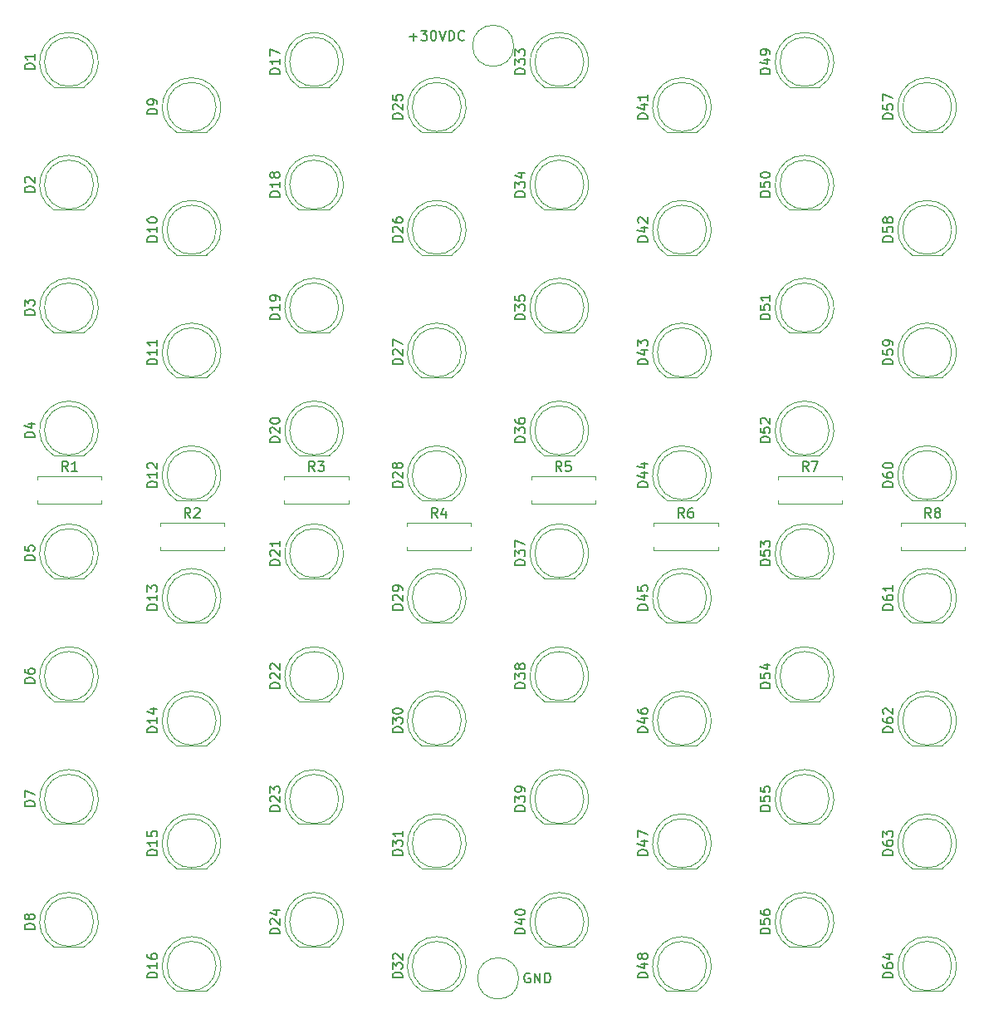
<source format=gbr>
G04 #@! TF.GenerationSoftware,KiCad,Pcbnew,(5.1.7)-1*
G04 #@! TF.CreationDate,2020-10-28T10:47:30+01:00*
G04 #@! TF.ProjectId,LED_Panel,4c45445f-5061-46e6-956c-2e6b69636164,rev?*
G04 #@! TF.SameCoordinates,Original*
G04 #@! TF.FileFunction,Legend,Top*
G04 #@! TF.FilePolarity,Positive*
%FSLAX46Y46*%
G04 Gerber Fmt 4.6, Leading zero omitted, Abs format (unit mm)*
G04 Created by KiCad (PCBNEW (5.1.7)-1) date 2020-10-28 10:47:30*
%MOMM*%
%LPD*%
G01*
G04 APERTURE LIST*
%ADD10C,0.150000*%
%ADD11C,0.120000*%
G04 APERTURE END LIST*
D10*
X74238095Y-132000000D02*
X74142857Y-131952380D01*
X74000000Y-131952380D01*
X73857142Y-132000000D01*
X73761904Y-132095238D01*
X73714285Y-132190476D01*
X73666666Y-132380952D01*
X73666666Y-132523809D01*
X73714285Y-132714285D01*
X73761904Y-132809523D01*
X73857142Y-132904761D01*
X74000000Y-132952380D01*
X74095238Y-132952380D01*
X74238095Y-132904761D01*
X74285714Y-132857142D01*
X74285714Y-132523809D01*
X74095238Y-132523809D01*
X74714285Y-132952380D02*
X74714285Y-131952380D01*
X75285714Y-132952380D01*
X75285714Y-131952380D01*
X75761904Y-132952380D02*
X75761904Y-131952380D01*
X76000000Y-131952380D01*
X76142857Y-132000000D01*
X76238095Y-132095238D01*
X76285714Y-132190476D01*
X76333333Y-132380952D01*
X76333333Y-132523809D01*
X76285714Y-132714285D01*
X76238095Y-132809523D01*
X76142857Y-132904761D01*
X76000000Y-132952380D01*
X75761904Y-132952380D01*
X61988095Y-36571428D02*
X62750000Y-36571428D01*
X62369047Y-36952380D02*
X62369047Y-36190476D01*
X63130952Y-35952380D02*
X63750000Y-35952380D01*
X63416666Y-36333333D01*
X63559523Y-36333333D01*
X63654761Y-36380952D01*
X63702380Y-36428571D01*
X63750000Y-36523809D01*
X63750000Y-36761904D01*
X63702380Y-36857142D01*
X63654761Y-36904761D01*
X63559523Y-36952380D01*
X63273809Y-36952380D01*
X63178571Y-36904761D01*
X63130952Y-36857142D01*
X64369047Y-35952380D02*
X64464285Y-35952380D01*
X64559523Y-36000000D01*
X64607142Y-36047619D01*
X64654761Y-36142857D01*
X64702380Y-36333333D01*
X64702380Y-36571428D01*
X64654761Y-36761904D01*
X64607142Y-36857142D01*
X64559523Y-36904761D01*
X64464285Y-36952380D01*
X64369047Y-36952380D01*
X64273809Y-36904761D01*
X64226190Y-36857142D01*
X64178571Y-36761904D01*
X64130952Y-36571428D01*
X64130952Y-36333333D01*
X64178571Y-36142857D01*
X64226190Y-36047619D01*
X64273809Y-36000000D01*
X64369047Y-35952380D01*
X64988095Y-35952380D02*
X65321428Y-36952380D01*
X65654761Y-35952380D01*
X65988095Y-36952380D02*
X65988095Y-35952380D01*
X66226190Y-35952380D01*
X66369047Y-36000000D01*
X66464285Y-36095238D01*
X66511904Y-36190476D01*
X66559523Y-36380952D01*
X66559523Y-36523809D01*
X66511904Y-36714285D01*
X66464285Y-36809523D01*
X66369047Y-36904761D01*
X66226190Y-36952380D01*
X65988095Y-36952380D01*
X67559523Y-36857142D02*
X67511904Y-36904761D01*
X67369047Y-36952380D01*
X67273809Y-36952380D01*
X67130952Y-36904761D01*
X67035714Y-36809523D01*
X66988095Y-36714285D01*
X66940476Y-36523809D01*
X66940476Y-36380952D01*
X66988095Y-36190476D01*
X67035714Y-36095238D01*
X67130952Y-36000000D01*
X67273809Y-35952380D01*
X67369047Y-35952380D01*
X67511904Y-36000000D01*
X67559523Y-36047619D01*
D11*
X72600000Y-37500000D02*
G75*
G03*
X72600000Y-37500000I-2100000J0D01*
G01*
X73100000Y-132500000D02*
G75*
G03*
X73100000Y-132500000I-2100000J0D01*
G01*
X112040000Y-86460000D02*
X112040000Y-86130000D01*
X112040000Y-86130000D02*
X118580000Y-86130000D01*
X118580000Y-86130000D02*
X118580000Y-86460000D01*
X112040000Y-88540000D02*
X112040000Y-88870000D01*
X112040000Y-88870000D02*
X118580000Y-88870000D01*
X118580000Y-88870000D02*
X118580000Y-88540000D01*
X99540000Y-81710000D02*
X99540000Y-81380000D01*
X99540000Y-81380000D02*
X106080000Y-81380000D01*
X106080000Y-81380000D02*
X106080000Y-81710000D01*
X99540000Y-83790000D02*
X99540000Y-84120000D01*
X99540000Y-84120000D02*
X106080000Y-84120000D01*
X106080000Y-84120000D02*
X106080000Y-83790000D01*
X86873332Y-86460000D02*
X86873332Y-86130000D01*
X86873332Y-86130000D02*
X93413332Y-86130000D01*
X93413332Y-86130000D02*
X93413332Y-86460000D01*
X86873332Y-88540000D02*
X86873332Y-88870000D01*
X86873332Y-88870000D02*
X93413332Y-88870000D01*
X93413332Y-88870000D02*
X93413332Y-88540000D01*
X74373332Y-81710000D02*
X74373332Y-81380000D01*
X74373332Y-81380000D02*
X80913332Y-81380000D01*
X80913332Y-81380000D02*
X80913332Y-81710000D01*
X74373332Y-83790000D02*
X74373332Y-84120000D01*
X74373332Y-84120000D02*
X80913332Y-84120000D01*
X80913332Y-84120000D02*
X80913332Y-83790000D01*
X61706666Y-86460000D02*
X61706666Y-86130000D01*
X61706666Y-86130000D02*
X68246666Y-86130000D01*
X68246666Y-86130000D02*
X68246666Y-86460000D01*
X61706666Y-88540000D02*
X61706666Y-88870000D01*
X61706666Y-88870000D02*
X68246666Y-88870000D01*
X68246666Y-88870000D02*
X68246666Y-88540000D01*
X49206666Y-81710000D02*
X49206666Y-81380000D01*
X49206666Y-81380000D02*
X55746666Y-81380000D01*
X55746666Y-81380000D02*
X55746666Y-81710000D01*
X49206666Y-83790000D02*
X49206666Y-84120000D01*
X49206666Y-84120000D02*
X55746666Y-84120000D01*
X55746666Y-84120000D02*
X55746666Y-83790000D01*
X36540000Y-86460000D02*
X36540000Y-86130000D01*
X36540000Y-86130000D02*
X43080000Y-86130000D01*
X43080000Y-86130000D02*
X43080000Y-86460000D01*
X36540000Y-88540000D02*
X36540000Y-88870000D01*
X36540000Y-88870000D02*
X43080000Y-88870000D01*
X43080000Y-88870000D02*
X43080000Y-88540000D01*
X24040000Y-81710000D02*
X24040000Y-81380000D01*
X24040000Y-81380000D02*
X30580000Y-81380000D01*
X30580000Y-81380000D02*
X30580000Y-81710000D01*
X24040000Y-83790000D02*
X24040000Y-84120000D01*
X24040000Y-84120000D02*
X30580000Y-84120000D01*
X30580000Y-84120000D02*
X30580000Y-83790000D01*
X114749538Y-128240000D02*
G75*
G02*
X116294830Y-133790000I462J-2990000D01*
G01*
X114750462Y-128240000D02*
G75*
G03*
X113205170Y-133790000I-462J-2990000D01*
G01*
X113205000Y-133790000D02*
X116295000Y-133790000D01*
X117250000Y-131230000D02*
G75*
G03*
X117250000Y-131230000I-2500000J0D01*
G01*
X114749538Y-115740000D02*
G75*
G02*
X116294830Y-121290000I462J-2990000D01*
G01*
X114750462Y-115740000D02*
G75*
G03*
X113205170Y-121290000I-462J-2990000D01*
G01*
X113205000Y-121290000D02*
X116295000Y-121290000D01*
X117250000Y-118730000D02*
G75*
G03*
X117250000Y-118730000I-2500000J0D01*
G01*
X114749538Y-103240000D02*
G75*
G02*
X116294830Y-108790000I462J-2990000D01*
G01*
X114750462Y-103240000D02*
G75*
G03*
X113205170Y-108790000I-462J-2990000D01*
G01*
X113205000Y-108790000D02*
X116295000Y-108790000D01*
X117250000Y-106230000D02*
G75*
G03*
X117250000Y-106230000I-2500000J0D01*
G01*
X114749538Y-90740000D02*
G75*
G02*
X116294830Y-96290000I462J-2990000D01*
G01*
X114750462Y-90740000D02*
G75*
G03*
X113205170Y-96290000I-462J-2990000D01*
G01*
X113205000Y-96290000D02*
X116295000Y-96290000D01*
X117250000Y-93730000D02*
G75*
G03*
X117250000Y-93730000I-2500000J0D01*
G01*
X114749538Y-78240000D02*
G75*
G02*
X116294830Y-83790000I462J-2990000D01*
G01*
X114750462Y-78240000D02*
G75*
G03*
X113205170Y-83790000I-462J-2990000D01*
G01*
X113205000Y-83790000D02*
X116295000Y-83790000D01*
X117250000Y-81230000D02*
G75*
G03*
X117250000Y-81230000I-2500000J0D01*
G01*
X114749538Y-65740000D02*
G75*
G02*
X116294830Y-71290000I462J-2990000D01*
G01*
X114750462Y-65740000D02*
G75*
G03*
X113205170Y-71290000I-462J-2990000D01*
G01*
X113205000Y-71290000D02*
X116295000Y-71290000D01*
X117250000Y-68730000D02*
G75*
G03*
X117250000Y-68730000I-2500000J0D01*
G01*
X114749538Y-53240000D02*
G75*
G02*
X116294830Y-58790000I462J-2990000D01*
G01*
X114750462Y-53240000D02*
G75*
G03*
X113205170Y-58790000I-462J-2990000D01*
G01*
X113205000Y-58790000D02*
X116295000Y-58790000D01*
X117250000Y-56230000D02*
G75*
G03*
X117250000Y-56230000I-2500000J0D01*
G01*
X114749538Y-40740000D02*
G75*
G02*
X116294830Y-46290000I462J-2990000D01*
G01*
X114750462Y-40740000D02*
G75*
G03*
X113205170Y-46290000I-462J-2990000D01*
G01*
X113205000Y-46290000D02*
X116295000Y-46290000D01*
X117250000Y-43730000D02*
G75*
G03*
X117250000Y-43730000I-2500000J0D01*
G01*
X102249538Y-123740000D02*
G75*
G02*
X103794830Y-129290000I462J-2990000D01*
G01*
X102250462Y-123740000D02*
G75*
G03*
X100705170Y-129290000I-462J-2990000D01*
G01*
X100705000Y-129290000D02*
X103795000Y-129290000D01*
X104750000Y-126730000D02*
G75*
G03*
X104750000Y-126730000I-2500000J0D01*
G01*
X102249538Y-111225710D02*
G75*
G02*
X103794830Y-116775710I462J-2990000D01*
G01*
X102250462Y-111225710D02*
G75*
G03*
X100705170Y-116775710I-462J-2990000D01*
G01*
X100705000Y-116775710D02*
X103795000Y-116775710D01*
X104750000Y-114215710D02*
G75*
G03*
X104750000Y-114215710I-2500000J0D01*
G01*
X102249538Y-98711425D02*
G75*
G02*
X103794830Y-104261425I462J-2990000D01*
G01*
X102250462Y-98711425D02*
G75*
G03*
X100705170Y-104261425I-462J-2990000D01*
G01*
X100705000Y-104261425D02*
X103795000Y-104261425D01*
X104750000Y-101701425D02*
G75*
G03*
X104750000Y-101701425I-2500000J0D01*
G01*
X102249538Y-86197140D02*
G75*
G02*
X103794830Y-91747140I462J-2990000D01*
G01*
X102250462Y-86197140D02*
G75*
G03*
X100705170Y-91747140I-462J-2990000D01*
G01*
X100705000Y-91747140D02*
X103795000Y-91747140D01*
X104750000Y-89187140D02*
G75*
G03*
X104750000Y-89187140I-2500000J0D01*
G01*
X102249538Y-73682855D02*
G75*
G02*
X103794830Y-79232855I462J-2990000D01*
G01*
X102250462Y-73682855D02*
G75*
G03*
X100705170Y-79232855I-462J-2990000D01*
G01*
X100705000Y-79232855D02*
X103795000Y-79232855D01*
X104750000Y-76672855D02*
G75*
G03*
X104750000Y-76672855I-2500000J0D01*
G01*
X102249538Y-61168570D02*
G75*
G02*
X103794830Y-66718570I462J-2990000D01*
G01*
X102250462Y-61168570D02*
G75*
G03*
X100705170Y-66718570I-462J-2990000D01*
G01*
X100705000Y-66718570D02*
X103795000Y-66718570D01*
X104750000Y-64158570D02*
G75*
G03*
X104750000Y-64158570I-2500000J0D01*
G01*
X102249538Y-48654285D02*
G75*
G02*
X103794830Y-54204285I462J-2990000D01*
G01*
X102250462Y-48654285D02*
G75*
G03*
X100705170Y-54204285I-462J-2990000D01*
G01*
X100705000Y-54204285D02*
X103795000Y-54204285D01*
X104750000Y-51644285D02*
G75*
G03*
X104750000Y-51644285I-2500000J0D01*
G01*
X102249538Y-36140000D02*
G75*
G02*
X103794830Y-41690000I462J-2990000D01*
G01*
X102250462Y-36140000D02*
G75*
G03*
X100705170Y-41690000I-462J-2990000D01*
G01*
X100705000Y-41690000D02*
X103795000Y-41690000D01*
X104750000Y-39130000D02*
G75*
G03*
X104750000Y-39130000I-2500000J0D01*
G01*
X89749538Y-128240000D02*
G75*
G02*
X91294830Y-133790000I462J-2990000D01*
G01*
X89750462Y-128240000D02*
G75*
G03*
X88205170Y-133790000I-462J-2990000D01*
G01*
X88205000Y-133790000D02*
X91295000Y-133790000D01*
X92250000Y-131230000D02*
G75*
G03*
X92250000Y-131230000I-2500000J0D01*
G01*
X89749538Y-115740000D02*
G75*
G02*
X91294830Y-121290000I462J-2990000D01*
G01*
X89750462Y-115740000D02*
G75*
G03*
X88205170Y-121290000I-462J-2990000D01*
G01*
X88205000Y-121290000D02*
X91295000Y-121290000D01*
X92250000Y-118730000D02*
G75*
G03*
X92250000Y-118730000I-2500000J0D01*
G01*
X89749538Y-103240000D02*
G75*
G02*
X91294830Y-108790000I462J-2990000D01*
G01*
X89750462Y-103240000D02*
G75*
G03*
X88205170Y-108790000I-462J-2990000D01*
G01*
X88205000Y-108790000D02*
X91295000Y-108790000D01*
X92250000Y-106230000D02*
G75*
G03*
X92250000Y-106230000I-2500000J0D01*
G01*
X89749538Y-90740000D02*
G75*
G02*
X91294830Y-96290000I462J-2990000D01*
G01*
X89750462Y-90740000D02*
G75*
G03*
X88205170Y-96290000I-462J-2990000D01*
G01*
X88205000Y-96290000D02*
X91295000Y-96290000D01*
X92250000Y-93730000D02*
G75*
G03*
X92250000Y-93730000I-2500000J0D01*
G01*
X89749538Y-78240000D02*
G75*
G02*
X91294830Y-83790000I462J-2990000D01*
G01*
X89750462Y-78240000D02*
G75*
G03*
X88205170Y-83790000I-462J-2990000D01*
G01*
X88205000Y-83790000D02*
X91295000Y-83790000D01*
X92250000Y-81230000D02*
G75*
G03*
X92250000Y-81230000I-2500000J0D01*
G01*
X89749538Y-65740000D02*
G75*
G02*
X91294830Y-71290000I462J-2990000D01*
G01*
X89750462Y-65740000D02*
G75*
G03*
X88205170Y-71290000I-462J-2990000D01*
G01*
X88205000Y-71290000D02*
X91295000Y-71290000D01*
X92250000Y-68730000D02*
G75*
G03*
X92250000Y-68730000I-2500000J0D01*
G01*
X89749538Y-53240000D02*
G75*
G02*
X91294830Y-58790000I462J-2990000D01*
G01*
X89750462Y-53240000D02*
G75*
G03*
X88205170Y-58790000I-462J-2990000D01*
G01*
X88205000Y-58790000D02*
X91295000Y-58790000D01*
X92250000Y-56230000D02*
G75*
G03*
X92250000Y-56230000I-2500000J0D01*
G01*
X89749538Y-40740000D02*
G75*
G02*
X91294830Y-46290000I462J-2990000D01*
G01*
X89750462Y-40740000D02*
G75*
G03*
X88205170Y-46290000I-462J-2990000D01*
G01*
X88205000Y-46290000D02*
X91295000Y-46290000D01*
X92250000Y-43730000D02*
G75*
G03*
X92250000Y-43730000I-2500000J0D01*
G01*
X77249538Y-123740000D02*
G75*
G02*
X78794830Y-129290000I462J-2990000D01*
G01*
X77250462Y-123740000D02*
G75*
G03*
X75705170Y-129290000I-462J-2990000D01*
G01*
X75705000Y-129290000D02*
X78795000Y-129290000D01*
X79750000Y-126730000D02*
G75*
G03*
X79750000Y-126730000I-2500000J0D01*
G01*
X77249538Y-111225710D02*
G75*
G02*
X78794830Y-116775710I462J-2990000D01*
G01*
X77250462Y-111225710D02*
G75*
G03*
X75705170Y-116775710I-462J-2990000D01*
G01*
X75705000Y-116775710D02*
X78795000Y-116775710D01*
X79750000Y-114215710D02*
G75*
G03*
X79750000Y-114215710I-2500000J0D01*
G01*
X77249538Y-98711425D02*
G75*
G02*
X78794830Y-104261425I462J-2990000D01*
G01*
X77250462Y-98711425D02*
G75*
G03*
X75705170Y-104261425I-462J-2990000D01*
G01*
X75705000Y-104261425D02*
X78795000Y-104261425D01*
X79750000Y-101701425D02*
G75*
G03*
X79750000Y-101701425I-2500000J0D01*
G01*
X77249538Y-86197140D02*
G75*
G02*
X78794830Y-91747140I462J-2990000D01*
G01*
X77250462Y-86197140D02*
G75*
G03*
X75705170Y-91747140I-462J-2990000D01*
G01*
X75705000Y-91747140D02*
X78795000Y-91747140D01*
X79750000Y-89187140D02*
G75*
G03*
X79750000Y-89187140I-2500000J0D01*
G01*
X77249538Y-73682855D02*
G75*
G02*
X78794830Y-79232855I462J-2990000D01*
G01*
X77250462Y-73682855D02*
G75*
G03*
X75705170Y-79232855I-462J-2990000D01*
G01*
X75705000Y-79232855D02*
X78795000Y-79232855D01*
X79750000Y-76672855D02*
G75*
G03*
X79750000Y-76672855I-2500000J0D01*
G01*
X77249538Y-61168570D02*
G75*
G02*
X78794830Y-66718570I462J-2990000D01*
G01*
X77250462Y-61168570D02*
G75*
G03*
X75705170Y-66718570I-462J-2990000D01*
G01*
X75705000Y-66718570D02*
X78795000Y-66718570D01*
X79750000Y-64158570D02*
G75*
G03*
X79750000Y-64158570I-2500000J0D01*
G01*
X77249538Y-48654285D02*
G75*
G02*
X78794830Y-54204285I462J-2990000D01*
G01*
X77250462Y-48654285D02*
G75*
G03*
X75705170Y-54204285I-462J-2990000D01*
G01*
X75705000Y-54204285D02*
X78795000Y-54204285D01*
X79750000Y-51644285D02*
G75*
G03*
X79750000Y-51644285I-2500000J0D01*
G01*
X77249538Y-36140000D02*
G75*
G02*
X78794830Y-41690000I462J-2990000D01*
G01*
X77250462Y-36140000D02*
G75*
G03*
X75705170Y-41690000I-462J-2990000D01*
G01*
X75705000Y-41690000D02*
X78795000Y-41690000D01*
X79750000Y-39130000D02*
G75*
G03*
X79750000Y-39130000I-2500000J0D01*
G01*
X64749538Y-128240000D02*
G75*
G02*
X66294830Y-133790000I462J-2990000D01*
G01*
X64750462Y-128240000D02*
G75*
G03*
X63205170Y-133790000I-462J-2990000D01*
G01*
X63205000Y-133790000D02*
X66295000Y-133790000D01*
X67250000Y-131230000D02*
G75*
G03*
X67250000Y-131230000I-2500000J0D01*
G01*
X64749538Y-115740000D02*
G75*
G02*
X66294830Y-121290000I462J-2990000D01*
G01*
X64750462Y-115740000D02*
G75*
G03*
X63205170Y-121290000I-462J-2990000D01*
G01*
X63205000Y-121290000D02*
X66295000Y-121290000D01*
X67250000Y-118730000D02*
G75*
G03*
X67250000Y-118730000I-2500000J0D01*
G01*
X64749538Y-103240000D02*
G75*
G02*
X66294830Y-108790000I462J-2990000D01*
G01*
X64750462Y-103240000D02*
G75*
G03*
X63205170Y-108790000I-462J-2990000D01*
G01*
X63205000Y-108790000D02*
X66295000Y-108790000D01*
X67250000Y-106230000D02*
G75*
G03*
X67250000Y-106230000I-2500000J0D01*
G01*
X64749538Y-90740000D02*
G75*
G02*
X66294830Y-96290000I462J-2990000D01*
G01*
X64750462Y-90740000D02*
G75*
G03*
X63205170Y-96290000I-462J-2990000D01*
G01*
X63205000Y-96290000D02*
X66295000Y-96290000D01*
X67250000Y-93730000D02*
G75*
G03*
X67250000Y-93730000I-2500000J0D01*
G01*
X64749538Y-78240000D02*
G75*
G02*
X66294830Y-83790000I462J-2990000D01*
G01*
X64750462Y-78240000D02*
G75*
G03*
X63205170Y-83790000I-462J-2990000D01*
G01*
X63205000Y-83790000D02*
X66295000Y-83790000D01*
X67250000Y-81230000D02*
G75*
G03*
X67250000Y-81230000I-2500000J0D01*
G01*
X64749538Y-65740000D02*
G75*
G02*
X66294830Y-71290000I462J-2990000D01*
G01*
X64750462Y-65740000D02*
G75*
G03*
X63205170Y-71290000I-462J-2990000D01*
G01*
X63205000Y-71290000D02*
X66295000Y-71290000D01*
X67250000Y-68730000D02*
G75*
G03*
X67250000Y-68730000I-2500000J0D01*
G01*
X64749538Y-53240000D02*
G75*
G02*
X66294830Y-58790000I462J-2990000D01*
G01*
X64750462Y-53240000D02*
G75*
G03*
X63205170Y-58790000I-462J-2990000D01*
G01*
X63205000Y-58790000D02*
X66295000Y-58790000D01*
X67250000Y-56230000D02*
G75*
G03*
X67250000Y-56230000I-2500000J0D01*
G01*
X64749538Y-40740000D02*
G75*
G02*
X66294830Y-46290000I462J-2990000D01*
G01*
X64750462Y-40740000D02*
G75*
G03*
X63205170Y-46290000I-462J-2990000D01*
G01*
X63205000Y-46290000D02*
X66295000Y-46290000D01*
X67250000Y-43730000D02*
G75*
G03*
X67250000Y-43730000I-2500000J0D01*
G01*
X52249538Y-123740000D02*
G75*
G02*
X53794830Y-129290000I462J-2990000D01*
G01*
X52250462Y-123740000D02*
G75*
G03*
X50705170Y-129290000I-462J-2990000D01*
G01*
X50705000Y-129290000D02*
X53795000Y-129290000D01*
X54750000Y-126730000D02*
G75*
G03*
X54750000Y-126730000I-2500000J0D01*
G01*
X52249538Y-111225710D02*
G75*
G02*
X53794830Y-116775710I462J-2990000D01*
G01*
X52250462Y-111225710D02*
G75*
G03*
X50705170Y-116775710I-462J-2990000D01*
G01*
X50705000Y-116775710D02*
X53795000Y-116775710D01*
X54750000Y-114215710D02*
G75*
G03*
X54750000Y-114215710I-2500000J0D01*
G01*
X52249538Y-98711425D02*
G75*
G02*
X53794830Y-104261425I462J-2990000D01*
G01*
X52250462Y-98711425D02*
G75*
G03*
X50705170Y-104261425I-462J-2990000D01*
G01*
X50705000Y-104261425D02*
X53795000Y-104261425D01*
X54750000Y-101701425D02*
G75*
G03*
X54750000Y-101701425I-2500000J0D01*
G01*
X52249538Y-86197140D02*
G75*
G02*
X53794830Y-91747140I462J-2990000D01*
G01*
X52250462Y-86197140D02*
G75*
G03*
X50705170Y-91747140I-462J-2990000D01*
G01*
X50705000Y-91747140D02*
X53795000Y-91747140D01*
X54750000Y-89187140D02*
G75*
G03*
X54750000Y-89187140I-2500000J0D01*
G01*
X52249538Y-73682855D02*
G75*
G02*
X53794830Y-79232855I462J-2990000D01*
G01*
X52250462Y-73682855D02*
G75*
G03*
X50705170Y-79232855I-462J-2990000D01*
G01*
X50705000Y-79232855D02*
X53795000Y-79232855D01*
X54750000Y-76672855D02*
G75*
G03*
X54750000Y-76672855I-2500000J0D01*
G01*
X52249538Y-61168570D02*
G75*
G02*
X53794830Y-66718570I462J-2990000D01*
G01*
X52250462Y-61168570D02*
G75*
G03*
X50705170Y-66718570I-462J-2990000D01*
G01*
X50705000Y-66718570D02*
X53795000Y-66718570D01*
X54750000Y-64158570D02*
G75*
G03*
X54750000Y-64158570I-2500000J0D01*
G01*
X52249538Y-48654285D02*
G75*
G02*
X53794830Y-54204285I462J-2990000D01*
G01*
X52250462Y-48654285D02*
G75*
G03*
X50705170Y-54204285I-462J-2990000D01*
G01*
X50705000Y-54204285D02*
X53795000Y-54204285D01*
X54750000Y-51644285D02*
G75*
G03*
X54750000Y-51644285I-2500000J0D01*
G01*
X52249538Y-36140000D02*
G75*
G02*
X53794830Y-41690000I462J-2990000D01*
G01*
X52250462Y-36140000D02*
G75*
G03*
X50705170Y-41690000I-462J-2990000D01*
G01*
X50705000Y-41690000D02*
X53795000Y-41690000D01*
X54750000Y-39130000D02*
G75*
G03*
X54750000Y-39130000I-2500000J0D01*
G01*
X39749538Y-128240000D02*
G75*
G02*
X41294830Y-133790000I462J-2990000D01*
G01*
X39750462Y-128240000D02*
G75*
G03*
X38205170Y-133790000I-462J-2990000D01*
G01*
X38205000Y-133790000D02*
X41295000Y-133790000D01*
X42250000Y-131230000D02*
G75*
G03*
X42250000Y-131230000I-2500000J0D01*
G01*
X39749538Y-115740000D02*
G75*
G02*
X41294830Y-121290000I462J-2990000D01*
G01*
X39750462Y-115740000D02*
G75*
G03*
X38205170Y-121290000I-462J-2990000D01*
G01*
X38205000Y-121290000D02*
X41295000Y-121290000D01*
X42250000Y-118730000D02*
G75*
G03*
X42250000Y-118730000I-2500000J0D01*
G01*
X39749538Y-103240000D02*
G75*
G02*
X41294830Y-108790000I462J-2990000D01*
G01*
X39750462Y-103240000D02*
G75*
G03*
X38205170Y-108790000I-462J-2990000D01*
G01*
X38205000Y-108790000D02*
X41295000Y-108790000D01*
X42250000Y-106230000D02*
G75*
G03*
X42250000Y-106230000I-2500000J0D01*
G01*
X39749538Y-90740000D02*
G75*
G02*
X41294830Y-96290000I462J-2990000D01*
G01*
X39750462Y-90740000D02*
G75*
G03*
X38205170Y-96290000I-462J-2990000D01*
G01*
X38205000Y-96290000D02*
X41295000Y-96290000D01*
X42250000Y-93730000D02*
G75*
G03*
X42250000Y-93730000I-2500000J0D01*
G01*
X39749538Y-78240000D02*
G75*
G02*
X41294830Y-83790000I462J-2990000D01*
G01*
X39750462Y-78240000D02*
G75*
G03*
X38205170Y-83790000I-462J-2990000D01*
G01*
X38205000Y-83790000D02*
X41295000Y-83790000D01*
X42250000Y-81230000D02*
G75*
G03*
X42250000Y-81230000I-2500000J0D01*
G01*
X39749538Y-65740000D02*
G75*
G02*
X41294830Y-71290000I462J-2990000D01*
G01*
X39750462Y-65740000D02*
G75*
G03*
X38205170Y-71290000I-462J-2990000D01*
G01*
X38205000Y-71290000D02*
X41295000Y-71290000D01*
X42250000Y-68730000D02*
G75*
G03*
X42250000Y-68730000I-2500000J0D01*
G01*
X39749538Y-53240000D02*
G75*
G02*
X41294830Y-58790000I462J-2990000D01*
G01*
X39750462Y-53240000D02*
G75*
G03*
X38205170Y-58790000I-462J-2990000D01*
G01*
X38205000Y-58790000D02*
X41295000Y-58790000D01*
X42250000Y-56230000D02*
G75*
G03*
X42250000Y-56230000I-2500000J0D01*
G01*
X39749538Y-40740000D02*
G75*
G02*
X41294830Y-46290000I462J-2990000D01*
G01*
X39750462Y-40740000D02*
G75*
G03*
X38205170Y-46290000I-462J-2990000D01*
G01*
X38205000Y-46290000D02*
X41295000Y-46290000D01*
X42250000Y-43730000D02*
G75*
G03*
X42250000Y-43730000I-2500000J0D01*
G01*
X27249538Y-123740000D02*
G75*
G02*
X28794830Y-129290000I462J-2990000D01*
G01*
X27250462Y-123740000D02*
G75*
G03*
X25705170Y-129290000I-462J-2990000D01*
G01*
X25705000Y-129290000D02*
X28795000Y-129290000D01*
X29750000Y-126730000D02*
G75*
G03*
X29750000Y-126730000I-2500000J0D01*
G01*
X27249538Y-111225710D02*
G75*
G02*
X28794830Y-116775710I462J-2990000D01*
G01*
X27250462Y-111225710D02*
G75*
G03*
X25705170Y-116775710I-462J-2990000D01*
G01*
X25705000Y-116775710D02*
X28795000Y-116775710D01*
X29750000Y-114215710D02*
G75*
G03*
X29750000Y-114215710I-2500000J0D01*
G01*
X27249538Y-98711425D02*
G75*
G02*
X28794830Y-104261425I462J-2990000D01*
G01*
X27250462Y-98711425D02*
G75*
G03*
X25705170Y-104261425I-462J-2990000D01*
G01*
X25705000Y-104261425D02*
X28795000Y-104261425D01*
X29750000Y-101701425D02*
G75*
G03*
X29750000Y-101701425I-2500000J0D01*
G01*
X27249538Y-86197140D02*
G75*
G02*
X28794830Y-91747140I462J-2990000D01*
G01*
X27250462Y-86197140D02*
G75*
G03*
X25705170Y-91747140I-462J-2990000D01*
G01*
X25705000Y-91747140D02*
X28795000Y-91747140D01*
X29750000Y-89187140D02*
G75*
G03*
X29750000Y-89187140I-2500000J0D01*
G01*
X27249538Y-73682855D02*
G75*
G02*
X28794830Y-79232855I462J-2990000D01*
G01*
X27250462Y-73682855D02*
G75*
G03*
X25705170Y-79232855I-462J-2990000D01*
G01*
X25705000Y-79232855D02*
X28795000Y-79232855D01*
X29750000Y-76672855D02*
G75*
G03*
X29750000Y-76672855I-2500000J0D01*
G01*
X27249538Y-61168570D02*
G75*
G02*
X28794830Y-66718570I462J-2990000D01*
G01*
X27250462Y-61168570D02*
G75*
G03*
X25705170Y-66718570I-462J-2990000D01*
G01*
X25705000Y-66718570D02*
X28795000Y-66718570D01*
X29750000Y-64158570D02*
G75*
G03*
X29750000Y-64158570I-2500000J0D01*
G01*
X27249538Y-48654285D02*
G75*
G02*
X28794830Y-54204285I462J-2990000D01*
G01*
X27250462Y-48654285D02*
G75*
G03*
X25705170Y-54204285I-462J-2990000D01*
G01*
X25705000Y-54204285D02*
X28795000Y-54204285D01*
X29750000Y-51644285D02*
G75*
G03*
X29750000Y-51644285I-2500000J0D01*
G01*
X27249538Y-36140000D02*
G75*
G02*
X28794830Y-41690000I462J-2990000D01*
G01*
X27250462Y-36140000D02*
G75*
G03*
X25705170Y-41690000I-462J-2990000D01*
G01*
X25705000Y-41690000D02*
X28795000Y-41690000D01*
X29750000Y-39130000D02*
G75*
G03*
X29750000Y-39130000I-2500000J0D01*
G01*
D10*
X115143333Y-85582380D02*
X114810000Y-85106190D01*
X114571904Y-85582380D02*
X114571904Y-84582380D01*
X114952857Y-84582380D01*
X115048095Y-84630000D01*
X115095714Y-84677619D01*
X115143333Y-84772857D01*
X115143333Y-84915714D01*
X115095714Y-85010952D01*
X115048095Y-85058571D01*
X114952857Y-85106190D01*
X114571904Y-85106190D01*
X115714761Y-85010952D02*
X115619523Y-84963333D01*
X115571904Y-84915714D01*
X115524285Y-84820476D01*
X115524285Y-84772857D01*
X115571904Y-84677619D01*
X115619523Y-84630000D01*
X115714761Y-84582380D01*
X115905238Y-84582380D01*
X116000476Y-84630000D01*
X116048095Y-84677619D01*
X116095714Y-84772857D01*
X116095714Y-84820476D01*
X116048095Y-84915714D01*
X116000476Y-84963333D01*
X115905238Y-85010952D01*
X115714761Y-85010952D01*
X115619523Y-85058571D01*
X115571904Y-85106190D01*
X115524285Y-85201428D01*
X115524285Y-85391904D01*
X115571904Y-85487142D01*
X115619523Y-85534761D01*
X115714761Y-85582380D01*
X115905238Y-85582380D01*
X116000476Y-85534761D01*
X116048095Y-85487142D01*
X116095714Y-85391904D01*
X116095714Y-85201428D01*
X116048095Y-85106190D01*
X116000476Y-85058571D01*
X115905238Y-85010952D01*
X102643333Y-80832380D02*
X102310000Y-80356190D01*
X102071904Y-80832380D02*
X102071904Y-79832380D01*
X102452857Y-79832380D01*
X102548095Y-79880000D01*
X102595714Y-79927619D01*
X102643333Y-80022857D01*
X102643333Y-80165714D01*
X102595714Y-80260952D01*
X102548095Y-80308571D01*
X102452857Y-80356190D01*
X102071904Y-80356190D01*
X102976666Y-79832380D02*
X103643333Y-79832380D01*
X103214761Y-80832380D01*
X89976665Y-85582380D02*
X89643332Y-85106190D01*
X89405236Y-85582380D02*
X89405236Y-84582380D01*
X89786189Y-84582380D01*
X89881427Y-84630000D01*
X89929046Y-84677619D01*
X89976665Y-84772857D01*
X89976665Y-84915714D01*
X89929046Y-85010952D01*
X89881427Y-85058571D01*
X89786189Y-85106190D01*
X89405236Y-85106190D01*
X90833808Y-84582380D02*
X90643332Y-84582380D01*
X90548093Y-84630000D01*
X90500474Y-84677619D01*
X90405236Y-84820476D01*
X90357617Y-85010952D01*
X90357617Y-85391904D01*
X90405236Y-85487142D01*
X90452855Y-85534761D01*
X90548093Y-85582380D01*
X90738570Y-85582380D01*
X90833808Y-85534761D01*
X90881427Y-85487142D01*
X90929046Y-85391904D01*
X90929046Y-85153809D01*
X90881427Y-85058571D01*
X90833808Y-85010952D01*
X90738570Y-84963333D01*
X90548093Y-84963333D01*
X90452855Y-85010952D01*
X90405236Y-85058571D01*
X90357617Y-85153809D01*
X77476665Y-80832380D02*
X77143332Y-80356190D01*
X76905236Y-80832380D02*
X76905236Y-79832380D01*
X77286189Y-79832380D01*
X77381427Y-79880000D01*
X77429046Y-79927619D01*
X77476665Y-80022857D01*
X77476665Y-80165714D01*
X77429046Y-80260952D01*
X77381427Y-80308571D01*
X77286189Y-80356190D01*
X76905236Y-80356190D01*
X78381427Y-79832380D02*
X77905236Y-79832380D01*
X77857617Y-80308571D01*
X77905236Y-80260952D01*
X78000474Y-80213333D01*
X78238570Y-80213333D01*
X78333808Y-80260952D01*
X78381427Y-80308571D01*
X78429046Y-80403809D01*
X78429046Y-80641904D01*
X78381427Y-80737142D01*
X78333808Y-80784761D01*
X78238570Y-80832380D01*
X78000474Y-80832380D01*
X77905236Y-80784761D01*
X77857617Y-80737142D01*
X64809999Y-85582380D02*
X64476666Y-85106190D01*
X64238570Y-85582380D02*
X64238570Y-84582380D01*
X64619523Y-84582380D01*
X64714761Y-84630000D01*
X64762380Y-84677619D01*
X64809999Y-84772857D01*
X64809999Y-84915714D01*
X64762380Y-85010952D01*
X64714761Y-85058571D01*
X64619523Y-85106190D01*
X64238570Y-85106190D01*
X65667142Y-84915714D02*
X65667142Y-85582380D01*
X65429046Y-84534761D02*
X65190951Y-85249047D01*
X65809999Y-85249047D01*
X52309999Y-80832380D02*
X51976666Y-80356190D01*
X51738570Y-80832380D02*
X51738570Y-79832380D01*
X52119523Y-79832380D01*
X52214761Y-79880000D01*
X52262380Y-79927619D01*
X52309999Y-80022857D01*
X52309999Y-80165714D01*
X52262380Y-80260952D01*
X52214761Y-80308571D01*
X52119523Y-80356190D01*
X51738570Y-80356190D01*
X52643332Y-79832380D02*
X53262380Y-79832380D01*
X52929046Y-80213333D01*
X53071904Y-80213333D01*
X53167142Y-80260952D01*
X53214761Y-80308571D01*
X53262380Y-80403809D01*
X53262380Y-80641904D01*
X53214761Y-80737142D01*
X53167142Y-80784761D01*
X53071904Y-80832380D01*
X52786189Y-80832380D01*
X52690951Y-80784761D01*
X52643332Y-80737142D01*
X39643333Y-85582380D02*
X39310000Y-85106190D01*
X39071904Y-85582380D02*
X39071904Y-84582380D01*
X39452857Y-84582380D01*
X39548095Y-84630000D01*
X39595714Y-84677619D01*
X39643333Y-84772857D01*
X39643333Y-84915714D01*
X39595714Y-85010952D01*
X39548095Y-85058571D01*
X39452857Y-85106190D01*
X39071904Y-85106190D01*
X40024285Y-84677619D02*
X40071904Y-84630000D01*
X40167142Y-84582380D01*
X40405238Y-84582380D01*
X40500476Y-84630000D01*
X40548095Y-84677619D01*
X40595714Y-84772857D01*
X40595714Y-84868095D01*
X40548095Y-85010952D01*
X39976666Y-85582380D01*
X40595714Y-85582380D01*
X27143333Y-80832380D02*
X26810000Y-80356190D01*
X26571904Y-80832380D02*
X26571904Y-79832380D01*
X26952857Y-79832380D01*
X27048095Y-79880000D01*
X27095714Y-79927619D01*
X27143333Y-80022857D01*
X27143333Y-80165714D01*
X27095714Y-80260952D01*
X27048095Y-80308571D01*
X26952857Y-80356190D01*
X26571904Y-80356190D01*
X28095714Y-80832380D02*
X27524285Y-80832380D01*
X27810000Y-80832380D02*
X27810000Y-79832380D01*
X27714761Y-79975238D01*
X27619523Y-80070476D01*
X27524285Y-80118095D01*
X111242380Y-132444285D02*
X110242380Y-132444285D01*
X110242380Y-132206190D01*
X110290000Y-132063333D01*
X110385238Y-131968095D01*
X110480476Y-131920476D01*
X110670952Y-131872857D01*
X110813809Y-131872857D01*
X111004285Y-131920476D01*
X111099523Y-131968095D01*
X111194761Y-132063333D01*
X111242380Y-132206190D01*
X111242380Y-132444285D01*
X110242380Y-131015714D02*
X110242380Y-131206190D01*
X110290000Y-131301428D01*
X110337619Y-131349047D01*
X110480476Y-131444285D01*
X110670952Y-131491904D01*
X111051904Y-131491904D01*
X111147142Y-131444285D01*
X111194761Y-131396666D01*
X111242380Y-131301428D01*
X111242380Y-131110952D01*
X111194761Y-131015714D01*
X111147142Y-130968095D01*
X111051904Y-130920476D01*
X110813809Y-130920476D01*
X110718571Y-130968095D01*
X110670952Y-131015714D01*
X110623333Y-131110952D01*
X110623333Y-131301428D01*
X110670952Y-131396666D01*
X110718571Y-131444285D01*
X110813809Y-131491904D01*
X110575714Y-130063333D02*
X111242380Y-130063333D01*
X110194761Y-130301428D02*
X110909047Y-130539523D01*
X110909047Y-129920476D01*
X111242380Y-119944285D02*
X110242380Y-119944285D01*
X110242380Y-119706190D01*
X110290000Y-119563333D01*
X110385238Y-119468095D01*
X110480476Y-119420476D01*
X110670952Y-119372857D01*
X110813809Y-119372857D01*
X111004285Y-119420476D01*
X111099523Y-119468095D01*
X111194761Y-119563333D01*
X111242380Y-119706190D01*
X111242380Y-119944285D01*
X110242380Y-118515714D02*
X110242380Y-118706190D01*
X110290000Y-118801428D01*
X110337619Y-118849047D01*
X110480476Y-118944285D01*
X110670952Y-118991904D01*
X111051904Y-118991904D01*
X111147142Y-118944285D01*
X111194761Y-118896666D01*
X111242380Y-118801428D01*
X111242380Y-118610952D01*
X111194761Y-118515714D01*
X111147142Y-118468095D01*
X111051904Y-118420476D01*
X110813809Y-118420476D01*
X110718571Y-118468095D01*
X110670952Y-118515714D01*
X110623333Y-118610952D01*
X110623333Y-118801428D01*
X110670952Y-118896666D01*
X110718571Y-118944285D01*
X110813809Y-118991904D01*
X110242380Y-118087142D02*
X110242380Y-117468095D01*
X110623333Y-117801428D01*
X110623333Y-117658571D01*
X110670952Y-117563333D01*
X110718571Y-117515714D01*
X110813809Y-117468095D01*
X111051904Y-117468095D01*
X111147142Y-117515714D01*
X111194761Y-117563333D01*
X111242380Y-117658571D01*
X111242380Y-117944285D01*
X111194761Y-118039523D01*
X111147142Y-118087142D01*
X111242380Y-107444285D02*
X110242380Y-107444285D01*
X110242380Y-107206190D01*
X110290000Y-107063333D01*
X110385238Y-106968095D01*
X110480476Y-106920476D01*
X110670952Y-106872857D01*
X110813809Y-106872857D01*
X111004285Y-106920476D01*
X111099523Y-106968095D01*
X111194761Y-107063333D01*
X111242380Y-107206190D01*
X111242380Y-107444285D01*
X110242380Y-106015714D02*
X110242380Y-106206190D01*
X110290000Y-106301428D01*
X110337619Y-106349047D01*
X110480476Y-106444285D01*
X110670952Y-106491904D01*
X111051904Y-106491904D01*
X111147142Y-106444285D01*
X111194761Y-106396666D01*
X111242380Y-106301428D01*
X111242380Y-106110952D01*
X111194761Y-106015714D01*
X111147142Y-105968095D01*
X111051904Y-105920476D01*
X110813809Y-105920476D01*
X110718571Y-105968095D01*
X110670952Y-106015714D01*
X110623333Y-106110952D01*
X110623333Y-106301428D01*
X110670952Y-106396666D01*
X110718571Y-106444285D01*
X110813809Y-106491904D01*
X110337619Y-105539523D02*
X110290000Y-105491904D01*
X110242380Y-105396666D01*
X110242380Y-105158571D01*
X110290000Y-105063333D01*
X110337619Y-105015714D01*
X110432857Y-104968095D01*
X110528095Y-104968095D01*
X110670952Y-105015714D01*
X111242380Y-105587142D01*
X111242380Y-104968095D01*
X111242380Y-94944285D02*
X110242380Y-94944285D01*
X110242380Y-94706190D01*
X110290000Y-94563333D01*
X110385238Y-94468095D01*
X110480476Y-94420476D01*
X110670952Y-94372857D01*
X110813809Y-94372857D01*
X111004285Y-94420476D01*
X111099523Y-94468095D01*
X111194761Y-94563333D01*
X111242380Y-94706190D01*
X111242380Y-94944285D01*
X110242380Y-93515714D02*
X110242380Y-93706190D01*
X110290000Y-93801428D01*
X110337619Y-93849047D01*
X110480476Y-93944285D01*
X110670952Y-93991904D01*
X111051904Y-93991904D01*
X111147142Y-93944285D01*
X111194761Y-93896666D01*
X111242380Y-93801428D01*
X111242380Y-93610952D01*
X111194761Y-93515714D01*
X111147142Y-93468095D01*
X111051904Y-93420476D01*
X110813809Y-93420476D01*
X110718571Y-93468095D01*
X110670952Y-93515714D01*
X110623333Y-93610952D01*
X110623333Y-93801428D01*
X110670952Y-93896666D01*
X110718571Y-93944285D01*
X110813809Y-93991904D01*
X111242380Y-92468095D02*
X111242380Y-93039523D01*
X111242380Y-92753809D02*
X110242380Y-92753809D01*
X110385238Y-92849047D01*
X110480476Y-92944285D01*
X110528095Y-93039523D01*
X111242380Y-82444285D02*
X110242380Y-82444285D01*
X110242380Y-82206190D01*
X110290000Y-82063333D01*
X110385238Y-81968095D01*
X110480476Y-81920476D01*
X110670952Y-81872857D01*
X110813809Y-81872857D01*
X111004285Y-81920476D01*
X111099523Y-81968095D01*
X111194761Y-82063333D01*
X111242380Y-82206190D01*
X111242380Y-82444285D01*
X110242380Y-81015714D02*
X110242380Y-81206190D01*
X110290000Y-81301428D01*
X110337619Y-81349047D01*
X110480476Y-81444285D01*
X110670952Y-81491904D01*
X111051904Y-81491904D01*
X111147142Y-81444285D01*
X111194761Y-81396666D01*
X111242380Y-81301428D01*
X111242380Y-81110952D01*
X111194761Y-81015714D01*
X111147142Y-80968095D01*
X111051904Y-80920476D01*
X110813809Y-80920476D01*
X110718571Y-80968095D01*
X110670952Y-81015714D01*
X110623333Y-81110952D01*
X110623333Y-81301428D01*
X110670952Y-81396666D01*
X110718571Y-81444285D01*
X110813809Y-81491904D01*
X110242380Y-80301428D02*
X110242380Y-80206190D01*
X110290000Y-80110952D01*
X110337619Y-80063333D01*
X110432857Y-80015714D01*
X110623333Y-79968095D01*
X110861428Y-79968095D01*
X111051904Y-80015714D01*
X111147142Y-80063333D01*
X111194761Y-80110952D01*
X111242380Y-80206190D01*
X111242380Y-80301428D01*
X111194761Y-80396666D01*
X111147142Y-80444285D01*
X111051904Y-80491904D01*
X110861428Y-80539523D01*
X110623333Y-80539523D01*
X110432857Y-80491904D01*
X110337619Y-80444285D01*
X110290000Y-80396666D01*
X110242380Y-80301428D01*
X111242380Y-69944285D02*
X110242380Y-69944285D01*
X110242380Y-69706190D01*
X110290000Y-69563333D01*
X110385238Y-69468095D01*
X110480476Y-69420476D01*
X110670952Y-69372857D01*
X110813809Y-69372857D01*
X111004285Y-69420476D01*
X111099523Y-69468095D01*
X111194761Y-69563333D01*
X111242380Y-69706190D01*
X111242380Y-69944285D01*
X110242380Y-68468095D02*
X110242380Y-68944285D01*
X110718571Y-68991904D01*
X110670952Y-68944285D01*
X110623333Y-68849047D01*
X110623333Y-68610952D01*
X110670952Y-68515714D01*
X110718571Y-68468095D01*
X110813809Y-68420476D01*
X111051904Y-68420476D01*
X111147142Y-68468095D01*
X111194761Y-68515714D01*
X111242380Y-68610952D01*
X111242380Y-68849047D01*
X111194761Y-68944285D01*
X111147142Y-68991904D01*
X111242380Y-67944285D02*
X111242380Y-67753809D01*
X111194761Y-67658571D01*
X111147142Y-67610952D01*
X111004285Y-67515714D01*
X110813809Y-67468095D01*
X110432857Y-67468095D01*
X110337619Y-67515714D01*
X110290000Y-67563333D01*
X110242380Y-67658571D01*
X110242380Y-67849047D01*
X110290000Y-67944285D01*
X110337619Y-67991904D01*
X110432857Y-68039523D01*
X110670952Y-68039523D01*
X110766190Y-67991904D01*
X110813809Y-67944285D01*
X110861428Y-67849047D01*
X110861428Y-67658571D01*
X110813809Y-67563333D01*
X110766190Y-67515714D01*
X110670952Y-67468095D01*
X111242380Y-57444285D02*
X110242380Y-57444285D01*
X110242380Y-57206190D01*
X110290000Y-57063333D01*
X110385238Y-56968095D01*
X110480476Y-56920476D01*
X110670952Y-56872857D01*
X110813809Y-56872857D01*
X111004285Y-56920476D01*
X111099523Y-56968095D01*
X111194761Y-57063333D01*
X111242380Y-57206190D01*
X111242380Y-57444285D01*
X110242380Y-55968095D02*
X110242380Y-56444285D01*
X110718571Y-56491904D01*
X110670952Y-56444285D01*
X110623333Y-56349047D01*
X110623333Y-56110952D01*
X110670952Y-56015714D01*
X110718571Y-55968095D01*
X110813809Y-55920476D01*
X111051904Y-55920476D01*
X111147142Y-55968095D01*
X111194761Y-56015714D01*
X111242380Y-56110952D01*
X111242380Y-56349047D01*
X111194761Y-56444285D01*
X111147142Y-56491904D01*
X110670952Y-55349047D02*
X110623333Y-55444285D01*
X110575714Y-55491904D01*
X110480476Y-55539523D01*
X110432857Y-55539523D01*
X110337619Y-55491904D01*
X110290000Y-55444285D01*
X110242380Y-55349047D01*
X110242380Y-55158571D01*
X110290000Y-55063333D01*
X110337619Y-55015714D01*
X110432857Y-54968095D01*
X110480476Y-54968095D01*
X110575714Y-55015714D01*
X110623333Y-55063333D01*
X110670952Y-55158571D01*
X110670952Y-55349047D01*
X110718571Y-55444285D01*
X110766190Y-55491904D01*
X110861428Y-55539523D01*
X111051904Y-55539523D01*
X111147142Y-55491904D01*
X111194761Y-55444285D01*
X111242380Y-55349047D01*
X111242380Y-55158571D01*
X111194761Y-55063333D01*
X111147142Y-55015714D01*
X111051904Y-54968095D01*
X110861428Y-54968095D01*
X110766190Y-55015714D01*
X110718571Y-55063333D01*
X110670952Y-55158571D01*
X111242380Y-44944285D02*
X110242380Y-44944285D01*
X110242380Y-44706190D01*
X110290000Y-44563333D01*
X110385238Y-44468095D01*
X110480476Y-44420476D01*
X110670952Y-44372857D01*
X110813809Y-44372857D01*
X111004285Y-44420476D01*
X111099523Y-44468095D01*
X111194761Y-44563333D01*
X111242380Y-44706190D01*
X111242380Y-44944285D01*
X110242380Y-43468095D02*
X110242380Y-43944285D01*
X110718571Y-43991904D01*
X110670952Y-43944285D01*
X110623333Y-43849047D01*
X110623333Y-43610952D01*
X110670952Y-43515714D01*
X110718571Y-43468095D01*
X110813809Y-43420476D01*
X111051904Y-43420476D01*
X111147142Y-43468095D01*
X111194761Y-43515714D01*
X111242380Y-43610952D01*
X111242380Y-43849047D01*
X111194761Y-43944285D01*
X111147142Y-43991904D01*
X110242380Y-43087142D02*
X110242380Y-42420476D01*
X111242380Y-42849047D01*
X98742380Y-127944285D02*
X97742380Y-127944285D01*
X97742380Y-127706190D01*
X97790000Y-127563333D01*
X97885238Y-127468095D01*
X97980476Y-127420476D01*
X98170952Y-127372857D01*
X98313809Y-127372857D01*
X98504285Y-127420476D01*
X98599523Y-127468095D01*
X98694761Y-127563333D01*
X98742380Y-127706190D01*
X98742380Y-127944285D01*
X97742380Y-126468095D02*
X97742380Y-126944285D01*
X98218571Y-126991904D01*
X98170952Y-126944285D01*
X98123333Y-126849047D01*
X98123333Y-126610952D01*
X98170952Y-126515714D01*
X98218571Y-126468095D01*
X98313809Y-126420476D01*
X98551904Y-126420476D01*
X98647142Y-126468095D01*
X98694761Y-126515714D01*
X98742380Y-126610952D01*
X98742380Y-126849047D01*
X98694761Y-126944285D01*
X98647142Y-126991904D01*
X97742380Y-125563333D02*
X97742380Y-125753809D01*
X97790000Y-125849047D01*
X97837619Y-125896666D01*
X97980476Y-125991904D01*
X98170952Y-126039523D01*
X98551904Y-126039523D01*
X98647142Y-125991904D01*
X98694761Y-125944285D01*
X98742380Y-125849047D01*
X98742380Y-125658571D01*
X98694761Y-125563333D01*
X98647142Y-125515714D01*
X98551904Y-125468095D01*
X98313809Y-125468095D01*
X98218571Y-125515714D01*
X98170952Y-125563333D01*
X98123333Y-125658571D01*
X98123333Y-125849047D01*
X98170952Y-125944285D01*
X98218571Y-125991904D01*
X98313809Y-126039523D01*
X98742380Y-115429995D02*
X97742380Y-115429995D01*
X97742380Y-115191900D01*
X97790000Y-115049043D01*
X97885238Y-114953805D01*
X97980476Y-114906186D01*
X98170952Y-114858567D01*
X98313809Y-114858567D01*
X98504285Y-114906186D01*
X98599523Y-114953805D01*
X98694761Y-115049043D01*
X98742380Y-115191900D01*
X98742380Y-115429995D01*
X97742380Y-113953805D02*
X97742380Y-114429995D01*
X98218571Y-114477614D01*
X98170952Y-114429995D01*
X98123333Y-114334757D01*
X98123333Y-114096662D01*
X98170952Y-114001424D01*
X98218571Y-113953805D01*
X98313809Y-113906186D01*
X98551904Y-113906186D01*
X98647142Y-113953805D01*
X98694761Y-114001424D01*
X98742380Y-114096662D01*
X98742380Y-114334757D01*
X98694761Y-114429995D01*
X98647142Y-114477614D01*
X97742380Y-113001424D02*
X97742380Y-113477614D01*
X98218571Y-113525233D01*
X98170952Y-113477614D01*
X98123333Y-113382376D01*
X98123333Y-113144281D01*
X98170952Y-113049043D01*
X98218571Y-113001424D01*
X98313809Y-112953805D01*
X98551904Y-112953805D01*
X98647142Y-113001424D01*
X98694761Y-113049043D01*
X98742380Y-113144281D01*
X98742380Y-113382376D01*
X98694761Y-113477614D01*
X98647142Y-113525233D01*
X98742380Y-102915710D02*
X97742380Y-102915710D01*
X97742380Y-102677615D01*
X97790000Y-102534758D01*
X97885238Y-102439520D01*
X97980476Y-102391901D01*
X98170952Y-102344282D01*
X98313809Y-102344282D01*
X98504285Y-102391901D01*
X98599523Y-102439520D01*
X98694761Y-102534758D01*
X98742380Y-102677615D01*
X98742380Y-102915710D01*
X97742380Y-101439520D02*
X97742380Y-101915710D01*
X98218571Y-101963329D01*
X98170952Y-101915710D01*
X98123333Y-101820472D01*
X98123333Y-101582377D01*
X98170952Y-101487139D01*
X98218571Y-101439520D01*
X98313809Y-101391901D01*
X98551904Y-101391901D01*
X98647142Y-101439520D01*
X98694761Y-101487139D01*
X98742380Y-101582377D01*
X98742380Y-101820472D01*
X98694761Y-101915710D01*
X98647142Y-101963329D01*
X98075714Y-100534758D02*
X98742380Y-100534758D01*
X97694761Y-100772853D02*
X98409047Y-101010948D01*
X98409047Y-100391901D01*
X98742380Y-90401425D02*
X97742380Y-90401425D01*
X97742380Y-90163330D01*
X97790000Y-90020473D01*
X97885238Y-89925235D01*
X97980476Y-89877616D01*
X98170952Y-89829997D01*
X98313809Y-89829997D01*
X98504285Y-89877616D01*
X98599523Y-89925235D01*
X98694761Y-90020473D01*
X98742380Y-90163330D01*
X98742380Y-90401425D01*
X97742380Y-88925235D02*
X97742380Y-89401425D01*
X98218571Y-89449044D01*
X98170952Y-89401425D01*
X98123333Y-89306187D01*
X98123333Y-89068092D01*
X98170952Y-88972854D01*
X98218571Y-88925235D01*
X98313809Y-88877616D01*
X98551904Y-88877616D01*
X98647142Y-88925235D01*
X98694761Y-88972854D01*
X98742380Y-89068092D01*
X98742380Y-89306187D01*
X98694761Y-89401425D01*
X98647142Y-89449044D01*
X97742380Y-88544282D02*
X97742380Y-87925235D01*
X98123333Y-88258568D01*
X98123333Y-88115711D01*
X98170952Y-88020473D01*
X98218571Y-87972854D01*
X98313809Y-87925235D01*
X98551904Y-87925235D01*
X98647142Y-87972854D01*
X98694761Y-88020473D01*
X98742380Y-88115711D01*
X98742380Y-88401425D01*
X98694761Y-88496663D01*
X98647142Y-88544282D01*
X98742380Y-77887140D02*
X97742380Y-77887140D01*
X97742380Y-77649045D01*
X97790000Y-77506188D01*
X97885238Y-77410950D01*
X97980476Y-77363331D01*
X98170952Y-77315712D01*
X98313809Y-77315712D01*
X98504285Y-77363331D01*
X98599523Y-77410950D01*
X98694761Y-77506188D01*
X98742380Y-77649045D01*
X98742380Y-77887140D01*
X97742380Y-76410950D02*
X97742380Y-76887140D01*
X98218571Y-76934759D01*
X98170952Y-76887140D01*
X98123333Y-76791902D01*
X98123333Y-76553807D01*
X98170952Y-76458569D01*
X98218571Y-76410950D01*
X98313809Y-76363331D01*
X98551904Y-76363331D01*
X98647142Y-76410950D01*
X98694761Y-76458569D01*
X98742380Y-76553807D01*
X98742380Y-76791902D01*
X98694761Y-76887140D01*
X98647142Y-76934759D01*
X97837619Y-75982378D02*
X97790000Y-75934759D01*
X97742380Y-75839521D01*
X97742380Y-75601426D01*
X97790000Y-75506188D01*
X97837619Y-75458569D01*
X97932857Y-75410950D01*
X98028095Y-75410950D01*
X98170952Y-75458569D01*
X98742380Y-76029997D01*
X98742380Y-75410950D01*
X98742380Y-65372855D02*
X97742380Y-65372855D01*
X97742380Y-65134760D01*
X97790000Y-64991903D01*
X97885238Y-64896665D01*
X97980476Y-64849046D01*
X98170952Y-64801427D01*
X98313809Y-64801427D01*
X98504285Y-64849046D01*
X98599523Y-64896665D01*
X98694761Y-64991903D01*
X98742380Y-65134760D01*
X98742380Y-65372855D01*
X97742380Y-63896665D02*
X97742380Y-64372855D01*
X98218571Y-64420474D01*
X98170952Y-64372855D01*
X98123333Y-64277617D01*
X98123333Y-64039522D01*
X98170952Y-63944284D01*
X98218571Y-63896665D01*
X98313809Y-63849046D01*
X98551904Y-63849046D01*
X98647142Y-63896665D01*
X98694761Y-63944284D01*
X98742380Y-64039522D01*
X98742380Y-64277617D01*
X98694761Y-64372855D01*
X98647142Y-64420474D01*
X98742380Y-62896665D02*
X98742380Y-63468093D01*
X98742380Y-63182379D02*
X97742380Y-63182379D01*
X97885238Y-63277617D01*
X97980476Y-63372855D01*
X98028095Y-63468093D01*
X98742380Y-52858570D02*
X97742380Y-52858570D01*
X97742380Y-52620475D01*
X97790000Y-52477618D01*
X97885238Y-52382380D01*
X97980476Y-52334761D01*
X98170952Y-52287142D01*
X98313809Y-52287142D01*
X98504285Y-52334761D01*
X98599523Y-52382380D01*
X98694761Y-52477618D01*
X98742380Y-52620475D01*
X98742380Y-52858570D01*
X97742380Y-51382380D02*
X97742380Y-51858570D01*
X98218571Y-51906189D01*
X98170952Y-51858570D01*
X98123333Y-51763332D01*
X98123333Y-51525237D01*
X98170952Y-51429999D01*
X98218571Y-51382380D01*
X98313809Y-51334761D01*
X98551904Y-51334761D01*
X98647142Y-51382380D01*
X98694761Y-51429999D01*
X98742380Y-51525237D01*
X98742380Y-51763332D01*
X98694761Y-51858570D01*
X98647142Y-51906189D01*
X97742380Y-50715713D02*
X97742380Y-50620475D01*
X97790000Y-50525237D01*
X97837619Y-50477618D01*
X97932857Y-50429999D01*
X98123333Y-50382380D01*
X98361428Y-50382380D01*
X98551904Y-50429999D01*
X98647142Y-50477618D01*
X98694761Y-50525237D01*
X98742380Y-50620475D01*
X98742380Y-50715713D01*
X98694761Y-50810951D01*
X98647142Y-50858570D01*
X98551904Y-50906189D01*
X98361428Y-50953808D01*
X98123333Y-50953808D01*
X97932857Y-50906189D01*
X97837619Y-50858570D01*
X97790000Y-50810951D01*
X97742380Y-50715713D01*
X98742380Y-40344285D02*
X97742380Y-40344285D01*
X97742380Y-40106190D01*
X97790000Y-39963333D01*
X97885238Y-39868095D01*
X97980476Y-39820476D01*
X98170952Y-39772857D01*
X98313809Y-39772857D01*
X98504285Y-39820476D01*
X98599523Y-39868095D01*
X98694761Y-39963333D01*
X98742380Y-40106190D01*
X98742380Y-40344285D01*
X98075714Y-38915714D02*
X98742380Y-38915714D01*
X97694761Y-39153809D02*
X98409047Y-39391904D01*
X98409047Y-38772857D01*
X98742380Y-38344285D02*
X98742380Y-38153809D01*
X98694761Y-38058571D01*
X98647142Y-38010952D01*
X98504285Y-37915714D01*
X98313809Y-37868095D01*
X97932857Y-37868095D01*
X97837619Y-37915714D01*
X97790000Y-37963333D01*
X97742380Y-38058571D01*
X97742380Y-38249047D01*
X97790000Y-38344285D01*
X97837619Y-38391904D01*
X97932857Y-38439523D01*
X98170952Y-38439523D01*
X98266190Y-38391904D01*
X98313809Y-38344285D01*
X98361428Y-38249047D01*
X98361428Y-38058571D01*
X98313809Y-37963333D01*
X98266190Y-37915714D01*
X98170952Y-37868095D01*
X86242380Y-132444285D02*
X85242380Y-132444285D01*
X85242380Y-132206190D01*
X85290000Y-132063333D01*
X85385238Y-131968095D01*
X85480476Y-131920476D01*
X85670952Y-131872857D01*
X85813809Y-131872857D01*
X86004285Y-131920476D01*
X86099523Y-131968095D01*
X86194761Y-132063333D01*
X86242380Y-132206190D01*
X86242380Y-132444285D01*
X85575714Y-131015714D02*
X86242380Y-131015714D01*
X85194761Y-131253809D02*
X85909047Y-131491904D01*
X85909047Y-130872857D01*
X85670952Y-130349047D02*
X85623333Y-130444285D01*
X85575714Y-130491904D01*
X85480476Y-130539523D01*
X85432857Y-130539523D01*
X85337619Y-130491904D01*
X85290000Y-130444285D01*
X85242380Y-130349047D01*
X85242380Y-130158571D01*
X85290000Y-130063333D01*
X85337619Y-130015714D01*
X85432857Y-129968095D01*
X85480476Y-129968095D01*
X85575714Y-130015714D01*
X85623333Y-130063333D01*
X85670952Y-130158571D01*
X85670952Y-130349047D01*
X85718571Y-130444285D01*
X85766190Y-130491904D01*
X85861428Y-130539523D01*
X86051904Y-130539523D01*
X86147142Y-130491904D01*
X86194761Y-130444285D01*
X86242380Y-130349047D01*
X86242380Y-130158571D01*
X86194761Y-130063333D01*
X86147142Y-130015714D01*
X86051904Y-129968095D01*
X85861428Y-129968095D01*
X85766190Y-130015714D01*
X85718571Y-130063333D01*
X85670952Y-130158571D01*
X86242380Y-119944285D02*
X85242380Y-119944285D01*
X85242380Y-119706190D01*
X85290000Y-119563333D01*
X85385238Y-119468095D01*
X85480476Y-119420476D01*
X85670952Y-119372857D01*
X85813809Y-119372857D01*
X86004285Y-119420476D01*
X86099523Y-119468095D01*
X86194761Y-119563333D01*
X86242380Y-119706190D01*
X86242380Y-119944285D01*
X85575714Y-118515714D02*
X86242380Y-118515714D01*
X85194761Y-118753809D02*
X85909047Y-118991904D01*
X85909047Y-118372857D01*
X85242380Y-118087142D02*
X85242380Y-117420476D01*
X86242380Y-117849047D01*
X86242380Y-107444285D02*
X85242380Y-107444285D01*
X85242380Y-107206190D01*
X85290000Y-107063333D01*
X85385238Y-106968095D01*
X85480476Y-106920476D01*
X85670952Y-106872857D01*
X85813809Y-106872857D01*
X86004285Y-106920476D01*
X86099523Y-106968095D01*
X86194761Y-107063333D01*
X86242380Y-107206190D01*
X86242380Y-107444285D01*
X85575714Y-106015714D02*
X86242380Y-106015714D01*
X85194761Y-106253809D02*
X85909047Y-106491904D01*
X85909047Y-105872857D01*
X85242380Y-105063333D02*
X85242380Y-105253809D01*
X85290000Y-105349047D01*
X85337619Y-105396666D01*
X85480476Y-105491904D01*
X85670952Y-105539523D01*
X86051904Y-105539523D01*
X86147142Y-105491904D01*
X86194761Y-105444285D01*
X86242380Y-105349047D01*
X86242380Y-105158571D01*
X86194761Y-105063333D01*
X86147142Y-105015714D01*
X86051904Y-104968095D01*
X85813809Y-104968095D01*
X85718571Y-105015714D01*
X85670952Y-105063333D01*
X85623333Y-105158571D01*
X85623333Y-105349047D01*
X85670952Y-105444285D01*
X85718571Y-105491904D01*
X85813809Y-105539523D01*
X86242380Y-94944285D02*
X85242380Y-94944285D01*
X85242380Y-94706190D01*
X85290000Y-94563333D01*
X85385238Y-94468095D01*
X85480476Y-94420476D01*
X85670952Y-94372857D01*
X85813809Y-94372857D01*
X86004285Y-94420476D01*
X86099523Y-94468095D01*
X86194761Y-94563333D01*
X86242380Y-94706190D01*
X86242380Y-94944285D01*
X85575714Y-93515714D02*
X86242380Y-93515714D01*
X85194761Y-93753809D02*
X85909047Y-93991904D01*
X85909047Y-93372857D01*
X85242380Y-92515714D02*
X85242380Y-92991904D01*
X85718571Y-93039523D01*
X85670952Y-92991904D01*
X85623333Y-92896666D01*
X85623333Y-92658571D01*
X85670952Y-92563333D01*
X85718571Y-92515714D01*
X85813809Y-92468095D01*
X86051904Y-92468095D01*
X86147142Y-92515714D01*
X86194761Y-92563333D01*
X86242380Y-92658571D01*
X86242380Y-92896666D01*
X86194761Y-92991904D01*
X86147142Y-93039523D01*
X86242380Y-82444285D02*
X85242380Y-82444285D01*
X85242380Y-82206190D01*
X85290000Y-82063333D01*
X85385238Y-81968095D01*
X85480476Y-81920476D01*
X85670952Y-81872857D01*
X85813809Y-81872857D01*
X86004285Y-81920476D01*
X86099523Y-81968095D01*
X86194761Y-82063333D01*
X86242380Y-82206190D01*
X86242380Y-82444285D01*
X85575714Y-81015714D02*
X86242380Y-81015714D01*
X85194761Y-81253809D02*
X85909047Y-81491904D01*
X85909047Y-80872857D01*
X85575714Y-80063333D02*
X86242380Y-80063333D01*
X85194761Y-80301428D02*
X85909047Y-80539523D01*
X85909047Y-79920476D01*
X86242380Y-69944285D02*
X85242380Y-69944285D01*
X85242380Y-69706190D01*
X85290000Y-69563333D01*
X85385238Y-69468095D01*
X85480476Y-69420476D01*
X85670952Y-69372857D01*
X85813809Y-69372857D01*
X86004285Y-69420476D01*
X86099523Y-69468095D01*
X86194761Y-69563333D01*
X86242380Y-69706190D01*
X86242380Y-69944285D01*
X85575714Y-68515714D02*
X86242380Y-68515714D01*
X85194761Y-68753809D02*
X85909047Y-68991904D01*
X85909047Y-68372857D01*
X85242380Y-68087142D02*
X85242380Y-67468095D01*
X85623333Y-67801428D01*
X85623333Y-67658571D01*
X85670952Y-67563333D01*
X85718571Y-67515714D01*
X85813809Y-67468095D01*
X86051904Y-67468095D01*
X86147142Y-67515714D01*
X86194761Y-67563333D01*
X86242380Y-67658571D01*
X86242380Y-67944285D01*
X86194761Y-68039523D01*
X86147142Y-68087142D01*
X86242380Y-57444285D02*
X85242380Y-57444285D01*
X85242380Y-57206190D01*
X85290000Y-57063333D01*
X85385238Y-56968095D01*
X85480476Y-56920476D01*
X85670952Y-56872857D01*
X85813809Y-56872857D01*
X86004285Y-56920476D01*
X86099523Y-56968095D01*
X86194761Y-57063333D01*
X86242380Y-57206190D01*
X86242380Y-57444285D01*
X85575714Y-56015714D02*
X86242380Y-56015714D01*
X85194761Y-56253809D02*
X85909047Y-56491904D01*
X85909047Y-55872857D01*
X85337619Y-55539523D02*
X85290000Y-55491904D01*
X85242380Y-55396666D01*
X85242380Y-55158571D01*
X85290000Y-55063333D01*
X85337619Y-55015714D01*
X85432857Y-54968095D01*
X85528095Y-54968095D01*
X85670952Y-55015714D01*
X86242380Y-55587142D01*
X86242380Y-54968095D01*
X86242380Y-44944285D02*
X85242380Y-44944285D01*
X85242380Y-44706190D01*
X85290000Y-44563333D01*
X85385238Y-44468095D01*
X85480476Y-44420476D01*
X85670952Y-44372857D01*
X85813809Y-44372857D01*
X86004285Y-44420476D01*
X86099523Y-44468095D01*
X86194761Y-44563333D01*
X86242380Y-44706190D01*
X86242380Y-44944285D01*
X85575714Y-43515714D02*
X86242380Y-43515714D01*
X85194761Y-43753809D02*
X85909047Y-43991904D01*
X85909047Y-43372857D01*
X86242380Y-42468095D02*
X86242380Y-43039523D01*
X86242380Y-42753809D02*
X85242380Y-42753809D01*
X85385238Y-42849047D01*
X85480476Y-42944285D01*
X85528095Y-43039523D01*
X73742380Y-127944285D02*
X72742380Y-127944285D01*
X72742380Y-127706190D01*
X72790000Y-127563333D01*
X72885238Y-127468095D01*
X72980476Y-127420476D01*
X73170952Y-127372857D01*
X73313809Y-127372857D01*
X73504285Y-127420476D01*
X73599523Y-127468095D01*
X73694761Y-127563333D01*
X73742380Y-127706190D01*
X73742380Y-127944285D01*
X73075714Y-126515714D02*
X73742380Y-126515714D01*
X72694761Y-126753809D02*
X73409047Y-126991904D01*
X73409047Y-126372857D01*
X72742380Y-125801428D02*
X72742380Y-125706190D01*
X72790000Y-125610952D01*
X72837619Y-125563333D01*
X72932857Y-125515714D01*
X73123333Y-125468095D01*
X73361428Y-125468095D01*
X73551904Y-125515714D01*
X73647142Y-125563333D01*
X73694761Y-125610952D01*
X73742380Y-125706190D01*
X73742380Y-125801428D01*
X73694761Y-125896666D01*
X73647142Y-125944285D01*
X73551904Y-125991904D01*
X73361428Y-126039523D01*
X73123333Y-126039523D01*
X72932857Y-125991904D01*
X72837619Y-125944285D01*
X72790000Y-125896666D01*
X72742380Y-125801428D01*
X73742380Y-115429995D02*
X72742380Y-115429995D01*
X72742380Y-115191900D01*
X72790000Y-115049043D01*
X72885238Y-114953805D01*
X72980476Y-114906186D01*
X73170952Y-114858567D01*
X73313809Y-114858567D01*
X73504285Y-114906186D01*
X73599523Y-114953805D01*
X73694761Y-115049043D01*
X73742380Y-115191900D01*
X73742380Y-115429995D01*
X72742380Y-114525233D02*
X72742380Y-113906186D01*
X73123333Y-114239519D01*
X73123333Y-114096662D01*
X73170952Y-114001424D01*
X73218571Y-113953805D01*
X73313809Y-113906186D01*
X73551904Y-113906186D01*
X73647142Y-113953805D01*
X73694761Y-114001424D01*
X73742380Y-114096662D01*
X73742380Y-114382376D01*
X73694761Y-114477614D01*
X73647142Y-114525233D01*
X73742380Y-113429995D02*
X73742380Y-113239519D01*
X73694761Y-113144281D01*
X73647142Y-113096662D01*
X73504285Y-113001424D01*
X73313809Y-112953805D01*
X72932857Y-112953805D01*
X72837619Y-113001424D01*
X72790000Y-113049043D01*
X72742380Y-113144281D01*
X72742380Y-113334757D01*
X72790000Y-113429995D01*
X72837619Y-113477614D01*
X72932857Y-113525233D01*
X73170952Y-113525233D01*
X73266190Y-113477614D01*
X73313809Y-113429995D01*
X73361428Y-113334757D01*
X73361428Y-113144281D01*
X73313809Y-113049043D01*
X73266190Y-113001424D01*
X73170952Y-112953805D01*
X73742380Y-102915710D02*
X72742380Y-102915710D01*
X72742380Y-102677615D01*
X72790000Y-102534758D01*
X72885238Y-102439520D01*
X72980476Y-102391901D01*
X73170952Y-102344282D01*
X73313809Y-102344282D01*
X73504285Y-102391901D01*
X73599523Y-102439520D01*
X73694761Y-102534758D01*
X73742380Y-102677615D01*
X73742380Y-102915710D01*
X72742380Y-102010948D02*
X72742380Y-101391901D01*
X73123333Y-101725234D01*
X73123333Y-101582377D01*
X73170952Y-101487139D01*
X73218571Y-101439520D01*
X73313809Y-101391901D01*
X73551904Y-101391901D01*
X73647142Y-101439520D01*
X73694761Y-101487139D01*
X73742380Y-101582377D01*
X73742380Y-101868091D01*
X73694761Y-101963329D01*
X73647142Y-102010948D01*
X73170952Y-100820472D02*
X73123333Y-100915710D01*
X73075714Y-100963329D01*
X72980476Y-101010948D01*
X72932857Y-101010948D01*
X72837619Y-100963329D01*
X72790000Y-100915710D01*
X72742380Y-100820472D01*
X72742380Y-100629996D01*
X72790000Y-100534758D01*
X72837619Y-100487139D01*
X72932857Y-100439520D01*
X72980476Y-100439520D01*
X73075714Y-100487139D01*
X73123333Y-100534758D01*
X73170952Y-100629996D01*
X73170952Y-100820472D01*
X73218571Y-100915710D01*
X73266190Y-100963329D01*
X73361428Y-101010948D01*
X73551904Y-101010948D01*
X73647142Y-100963329D01*
X73694761Y-100915710D01*
X73742380Y-100820472D01*
X73742380Y-100629996D01*
X73694761Y-100534758D01*
X73647142Y-100487139D01*
X73551904Y-100439520D01*
X73361428Y-100439520D01*
X73266190Y-100487139D01*
X73218571Y-100534758D01*
X73170952Y-100629996D01*
X73742380Y-90401425D02*
X72742380Y-90401425D01*
X72742380Y-90163330D01*
X72790000Y-90020473D01*
X72885238Y-89925235D01*
X72980476Y-89877616D01*
X73170952Y-89829997D01*
X73313809Y-89829997D01*
X73504285Y-89877616D01*
X73599523Y-89925235D01*
X73694761Y-90020473D01*
X73742380Y-90163330D01*
X73742380Y-90401425D01*
X72742380Y-89496663D02*
X72742380Y-88877616D01*
X73123333Y-89210949D01*
X73123333Y-89068092D01*
X73170952Y-88972854D01*
X73218571Y-88925235D01*
X73313809Y-88877616D01*
X73551904Y-88877616D01*
X73647142Y-88925235D01*
X73694761Y-88972854D01*
X73742380Y-89068092D01*
X73742380Y-89353806D01*
X73694761Y-89449044D01*
X73647142Y-89496663D01*
X72742380Y-88544282D02*
X72742380Y-87877616D01*
X73742380Y-88306187D01*
X73742380Y-77887140D02*
X72742380Y-77887140D01*
X72742380Y-77649045D01*
X72790000Y-77506188D01*
X72885238Y-77410950D01*
X72980476Y-77363331D01*
X73170952Y-77315712D01*
X73313809Y-77315712D01*
X73504285Y-77363331D01*
X73599523Y-77410950D01*
X73694761Y-77506188D01*
X73742380Y-77649045D01*
X73742380Y-77887140D01*
X72742380Y-76982378D02*
X72742380Y-76363331D01*
X73123333Y-76696664D01*
X73123333Y-76553807D01*
X73170952Y-76458569D01*
X73218571Y-76410950D01*
X73313809Y-76363331D01*
X73551904Y-76363331D01*
X73647142Y-76410950D01*
X73694761Y-76458569D01*
X73742380Y-76553807D01*
X73742380Y-76839521D01*
X73694761Y-76934759D01*
X73647142Y-76982378D01*
X72742380Y-75506188D02*
X72742380Y-75696664D01*
X72790000Y-75791902D01*
X72837619Y-75839521D01*
X72980476Y-75934759D01*
X73170952Y-75982378D01*
X73551904Y-75982378D01*
X73647142Y-75934759D01*
X73694761Y-75887140D01*
X73742380Y-75791902D01*
X73742380Y-75601426D01*
X73694761Y-75506188D01*
X73647142Y-75458569D01*
X73551904Y-75410950D01*
X73313809Y-75410950D01*
X73218571Y-75458569D01*
X73170952Y-75506188D01*
X73123333Y-75601426D01*
X73123333Y-75791902D01*
X73170952Y-75887140D01*
X73218571Y-75934759D01*
X73313809Y-75982378D01*
X73742380Y-65372855D02*
X72742380Y-65372855D01*
X72742380Y-65134760D01*
X72790000Y-64991903D01*
X72885238Y-64896665D01*
X72980476Y-64849046D01*
X73170952Y-64801427D01*
X73313809Y-64801427D01*
X73504285Y-64849046D01*
X73599523Y-64896665D01*
X73694761Y-64991903D01*
X73742380Y-65134760D01*
X73742380Y-65372855D01*
X72742380Y-64468093D02*
X72742380Y-63849046D01*
X73123333Y-64182379D01*
X73123333Y-64039522D01*
X73170952Y-63944284D01*
X73218571Y-63896665D01*
X73313809Y-63849046D01*
X73551904Y-63849046D01*
X73647142Y-63896665D01*
X73694761Y-63944284D01*
X73742380Y-64039522D01*
X73742380Y-64325236D01*
X73694761Y-64420474D01*
X73647142Y-64468093D01*
X72742380Y-62944284D02*
X72742380Y-63420474D01*
X73218571Y-63468093D01*
X73170952Y-63420474D01*
X73123333Y-63325236D01*
X73123333Y-63087141D01*
X73170952Y-62991903D01*
X73218571Y-62944284D01*
X73313809Y-62896665D01*
X73551904Y-62896665D01*
X73647142Y-62944284D01*
X73694761Y-62991903D01*
X73742380Y-63087141D01*
X73742380Y-63325236D01*
X73694761Y-63420474D01*
X73647142Y-63468093D01*
X73742380Y-52858570D02*
X72742380Y-52858570D01*
X72742380Y-52620475D01*
X72790000Y-52477618D01*
X72885238Y-52382380D01*
X72980476Y-52334761D01*
X73170952Y-52287142D01*
X73313809Y-52287142D01*
X73504285Y-52334761D01*
X73599523Y-52382380D01*
X73694761Y-52477618D01*
X73742380Y-52620475D01*
X73742380Y-52858570D01*
X72742380Y-51953808D02*
X72742380Y-51334761D01*
X73123333Y-51668094D01*
X73123333Y-51525237D01*
X73170952Y-51429999D01*
X73218571Y-51382380D01*
X73313809Y-51334761D01*
X73551904Y-51334761D01*
X73647142Y-51382380D01*
X73694761Y-51429999D01*
X73742380Y-51525237D01*
X73742380Y-51810951D01*
X73694761Y-51906189D01*
X73647142Y-51953808D01*
X73075714Y-50477618D02*
X73742380Y-50477618D01*
X72694761Y-50715713D02*
X73409047Y-50953808D01*
X73409047Y-50334761D01*
X73742380Y-40344285D02*
X72742380Y-40344285D01*
X72742380Y-40106190D01*
X72790000Y-39963333D01*
X72885238Y-39868095D01*
X72980476Y-39820476D01*
X73170952Y-39772857D01*
X73313809Y-39772857D01*
X73504285Y-39820476D01*
X73599523Y-39868095D01*
X73694761Y-39963333D01*
X73742380Y-40106190D01*
X73742380Y-40344285D01*
X72742380Y-39439523D02*
X72742380Y-38820476D01*
X73123333Y-39153809D01*
X73123333Y-39010952D01*
X73170952Y-38915714D01*
X73218571Y-38868095D01*
X73313809Y-38820476D01*
X73551904Y-38820476D01*
X73647142Y-38868095D01*
X73694761Y-38915714D01*
X73742380Y-39010952D01*
X73742380Y-39296666D01*
X73694761Y-39391904D01*
X73647142Y-39439523D01*
X72742380Y-38487142D02*
X72742380Y-37868095D01*
X73123333Y-38201428D01*
X73123333Y-38058571D01*
X73170952Y-37963333D01*
X73218571Y-37915714D01*
X73313809Y-37868095D01*
X73551904Y-37868095D01*
X73647142Y-37915714D01*
X73694761Y-37963333D01*
X73742380Y-38058571D01*
X73742380Y-38344285D01*
X73694761Y-38439523D01*
X73647142Y-38487142D01*
X61242380Y-132444285D02*
X60242380Y-132444285D01*
X60242380Y-132206190D01*
X60290000Y-132063333D01*
X60385238Y-131968095D01*
X60480476Y-131920476D01*
X60670952Y-131872857D01*
X60813809Y-131872857D01*
X61004285Y-131920476D01*
X61099523Y-131968095D01*
X61194761Y-132063333D01*
X61242380Y-132206190D01*
X61242380Y-132444285D01*
X60242380Y-131539523D02*
X60242380Y-130920476D01*
X60623333Y-131253809D01*
X60623333Y-131110952D01*
X60670952Y-131015714D01*
X60718571Y-130968095D01*
X60813809Y-130920476D01*
X61051904Y-130920476D01*
X61147142Y-130968095D01*
X61194761Y-131015714D01*
X61242380Y-131110952D01*
X61242380Y-131396666D01*
X61194761Y-131491904D01*
X61147142Y-131539523D01*
X60337619Y-130539523D02*
X60290000Y-130491904D01*
X60242380Y-130396666D01*
X60242380Y-130158571D01*
X60290000Y-130063333D01*
X60337619Y-130015714D01*
X60432857Y-129968095D01*
X60528095Y-129968095D01*
X60670952Y-130015714D01*
X61242380Y-130587142D01*
X61242380Y-129968095D01*
X61242380Y-119944285D02*
X60242380Y-119944285D01*
X60242380Y-119706190D01*
X60290000Y-119563333D01*
X60385238Y-119468095D01*
X60480476Y-119420476D01*
X60670952Y-119372857D01*
X60813809Y-119372857D01*
X61004285Y-119420476D01*
X61099523Y-119468095D01*
X61194761Y-119563333D01*
X61242380Y-119706190D01*
X61242380Y-119944285D01*
X60242380Y-119039523D02*
X60242380Y-118420476D01*
X60623333Y-118753809D01*
X60623333Y-118610952D01*
X60670952Y-118515714D01*
X60718571Y-118468095D01*
X60813809Y-118420476D01*
X61051904Y-118420476D01*
X61147142Y-118468095D01*
X61194761Y-118515714D01*
X61242380Y-118610952D01*
X61242380Y-118896666D01*
X61194761Y-118991904D01*
X61147142Y-119039523D01*
X61242380Y-117468095D02*
X61242380Y-118039523D01*
X61242380Y-117753809D02*
X60242380Y-117753809D01*
X60385238Y-117849047D01*
X60480476Y-117944285D01*
X60528095Y-118039523D01*
X61242380Y-107444285D02*
X60242380Y-107444285D01*
X60242380Y-107206190D01*
X60290000Y-107063333D01*
X60385238Y-106968095D01*
X60480476Y-106920476D01*
X60670952Y-106872857D01*
X60813809Y-106872857D01*
X61004285Y-106920476D01*
X61099523Y-106968095D01*
X61194761Y-107063333D01*
X61242380Y-107206190D01*
X61242380Y-107444285D01*
X60242380Y-106539523D02*
X60242380Y-105920476D01*
X60623333Y-106253809D01*
X60623333Y-106110952D01*
X60670952Y-106015714D01*
X60718571Y-105968095D01*
X60813809Y-105920476D01*
X61051904Y-105920476D01*
X61147142Y-105968095D01*
X61194761Y-106015714D01*
X61242380Y-106110952D01*
X61242380Y-106396666D01*
X61194761Y-106491904D01*
X61147142Y-106539523D01*
X60242380Y-105301428D02*
X60242380Y-105206190D01*
X60290000Y-105110952D01*
X60337619Y-105063333D01*
X60432857Y-105015714D01*
X60623333Y-104968095D01*
X60861428Y-104968095D01*
X61051904Y-105015714D01*
X61147142Y-105063333D01*
X61194761Y-105110952D01*
X61242380Y-105206190D01*
X61242380Y-105301428D01*
X61194761Y-105396666D01*
X61147142Y-105444285D01*
X61051904Y-105491904D01*
X60861428Y-105539523D01*
X60623333Y-105539523D01*
X60432857Y-105491904D01*
X60337619Y-105444285D01*
X60290000Y-105396666D01*
X60242380Y-105301428D01*
X61242380Y-94944285D02*
X60242380Y-94944285D01*
X60242380Y-94706190D01*
X60290000Y-94563333D01*
X60385238Y-94468095D01*
X60480476Y-94420476D01*
X60670952Y-94372857D01*
X60813809Y-94372857D01*
X61004285Y-94420476D01*
X61099523Y-94468095D01*
X61194761Y-94563333D01*
X61242380Y-94706190D01*
X61242380Y-94944285D01*
X60337619Y-93991904D02*
X60290000Y-93944285D01*
X60242380Y-93849047D01*
X60242380Y-93610952D01*
X60290000Y-93515714D01*
X60337619Y-93468095D01*
X60432857Y-93420476D01*
X60528095Y-93420476D01*
X60670952Y-93468095D01*
X61242380Y-94039523D01*
X61242380Y-93420476D01*
X61242380Y-92944285D02*
X61242380Y-92753809D01*
X61194761Y-92658571D01*
X61147142Y-92610952D01*
X61004285Y-92515714D01*
X60813809Y-92468095D01*
X60432857Y-92468095D01*
X60337619Y-92515714D01*
X60290000Y-92563333D01*
X60242380Y-92658571D01*
X60242380Y-92849047D01*
X60290000Y-92944285D01*
X60337619Y-92991904D01*
X60432857Y-93039523D01*
X60670952Y-93039523D01*
X60766190Y-92991904D01*
X60813809Y-92944285D01*
X60861428Y-92849047D01*
X60861428Y-92658571D01*
X60813809Y-92563333D01*
X60766190Y-92515714D01*
X60670952Y-92468095D01*
X61242380Y-82444285D02*
X60242380Y-82444285D01*
X60242380Y-82206190D01*
X60290000Y-82063333D01*
X60385238Y-81968095D01*
X60480476Y-81920476D01*
X60670952Y-81872857D01*
X60813809Y-81872857D01*
X61004285Y-81920476D01*
X61099523Y-81968095D01*
X61194761Y-82063333D01*
X61242380Y-82206190D01*
X61242380Y-82444285D01*
X60337619Y-81491904D02*
X60290000Y-81444285D01*
X60242380Y-81349047D01*
X60242380Y-81110952D01*
X60290000Y-81015714D01*
X60337619Y-80968095D01*
X60432857Y-80920476D01*
X60528095Y-80920476D01*
X60670952Y-80968095D01*
X61242380Y-81539523D01*
X61242380Y-80920476D01*
X60670952Y-80349047D02*
X60623333Y-80444285D01*
X60575714Y-80491904D01*
X60480476Y-80539523D01*
X60432857Y-80539523D01*
X60337619Y-80491904D01*
X60290000Y-80444285D01*
X60242380Y-80349047D01*
X60242380Y-80158571D01*
X60290000Y-80063333D01*
X60337619Y-80015714D01*
X60432857Y-79968095D01*
X60480476Y-79968095D01*
X60575714Y-80015714D01*
X60623333Y-80063333D01*
X60670952Y-80158571D01*
X60670952Y-80349047D01*
X60718571Y-80444285D01*
X60766190Y-80491904D01*
X60861428Y-80539523D01*
X61051904Y-80539523D01*
X61147142Y-80491904D01*
X61194761Y-80444285D01*
X61242380Y-80349047D01*
X61242380Y-80158571D01*
X61194761Y-80063333D01*
X61147142Y-80015714D01*
X61051904Y-79968095D01*
X60861428Y-79968095D01*
X60766190Y-80015714D01*
X60718571Y-80063333D01*
X60670952Y-80158571D01*
X61242380Y-69944285D02*
X60242380Y-69944285D01*
X60242380Y-69706190D01*
X60290000Y-69563333D01*
X60385238Y-69468095D01*
X60480476Y-69420476D01*
X60670952Y-69372857D01*
X60813809Y-69372857D01*
X61004285Y-69420476D01*
X61099523Y-69468095D01*
X61194761Y-69563333D01*
X61242380Y-69706190D01*
X61242380Y-69944285D01*
X60337619Y-68991904D02*
X60290000Y-68944285D01*
X60242380Y-68849047D01*
X60242380Y-68610952D01*
X60290000Y-68515714D01*
X60337619Y-68468095D01*
X60432857Y-68420476D01*
X60528095Y-68420476D01*
X60670952Y-68468095D01*
X61242380Y-69039523D01*
X61242380Y-68420476D01*
X60242380Y-68087142D02*
X60242380Y-67420476D01*
X61242380Y-67849047D01*
X61242380Y-57444285D02*
X60242380Y-57444285D01*
X60242380Y-57206190D01*
X60290000Y-57063333D01*
X60385238Y-56968095D01*
X60480476Y-56920476D01*
X60670952Y-56872857D01*
X60813809Y-56872857D01*
X61004285Y-56920476D01*
X61099523Y-56968095D01*
X61194761Y-57063333D01*
X61242380Y-57206190D01*
X61242380Y-57444285D01*
X60337619Y-56491904D02*
X60290000Y-56444285D01*
X60242380Y-56349047D01*
X60242380Y-56110952D01*
X60290000Y-56015714D01*
X60337619Y-55968095D01*
X60432857Y-55920476D01*
X60528095Y-55920476D01*
X60670952Y-55968095D01*
X61242380Y-56539523D01*
X61242380Y-55920476D01*
X60242380Y-55063333D02*
X60242380Y-55253809D01*
X60290000Y-55349047D01*
X60337619Y-55396666D01*
X60480476Y-55491904D01*
X60670952Y-55539523D01*
X61051904Y-55539523D01*
X61147142Y-55491904D01*
X61194761Y-55444285D01*
X61242380Y-55349047D01*
X61242380Y-55158571D01*
X61194761Y-55063333D01*
X61147142Y-55015714D01*
X61051904Y-54968095D01*
X60813809Y-54968095D01*
X60718571Y-55015714D01*
X60670952Y-55063333D01*
X60623333Y-55158571D01*
X60623333Y-55349047D01*
X60670952Y-55444285D01*
X60718571Y-55491904D01*
X60813809Y-55539523D01*
X61242380Y-44944285D02*
X60242380Y-44944285D01*
X60242380Y-44706190D01*
X60290000Y-44563333D01*
X60385238Y-44468095D01*
X60480476Y-44420476D01*
X60670952Y-44372857D01*
X60813809Y-44372857D01*
X61004285Y-44420476D01*
X61099523Y-44468095D01*
X61194761Y-44563333D01*
X61242380Y-44706190D01*
X61242380Y-44944285D01*
X60337619Y-43991904D02*
X60290000Y-43944285D01*
X60242380Y-43849047D01*
X60242380Y-43610952D01*
X60290000Y-43515714D01*
X60337619Y-43468095D01*
X60432857Y-43420476D01*
X60528095Y-43420476D01*
X60670952Y-43468095D01*
X61242380Y-44039523D01*
X61242380Y-43420476D01*
X60242380Y-42515714D02*
X60242380Y-42991904D01*
X60718571Y-43039523D01*
X60670952Y-42991904D01*
X60623333Y-42896666D01*
X60623333Y-42658571D01*
X60670952Y-42563333D01*
X60718571Y-42515714D01*
X60813809Y-42468095D01*
X61051904Y-42468095D01*
X61147142Y-42515714D01*
X61194761Y-42563333D01*
X61242380Y-42658571D01*
X61242380Y-42896666D01*
X61194761Y-42991904D01*
X61147142Y-43039523D01*
X48742380Y-127944285D02*
X47742380Y-127944285D01*
X47742380Y-127706190D01*
X47790000Y-127563333D01*
X47885238Y-127468095D01*
X47980476Y-127420476D01*
X48170952Y-127372857D01*
X48313809Y-127372857D01*
X48504285Y-127420476D01*
X48599523Y-127468095D01*
X48694761Y-127563333D01*
X48742380Y-127706190D01*
X48742380Y-127944285D01*
X47837619Y-126991904D02*
X47790000Y-126944285D01*
X47742380Y-126849047D01*
X47742380Y-126610952D01*
X47790000Y-126515714D01*
X47837619Y-126468095D01*
X47932857Y-126420476D01*
X48028095Y-126420476D01*
X48170952Y-126468095D01*
X48742380Y-127039523D01*
X48742380Y-126420476D01*
X48075714Y-125563333D02*
X48742380Y-125563333D01*
X47694761Y-125801428D02*
X48409047Y-126039523D01*
X48409047Y-125420476D01*
X48742380Y-115429995D02*
X47742380Y-115429995D01*
X47742380Y-115191900D01*
X47790000Y-115049043D01*
X47885238Y-114953805D01*
X47980476Y-114906186D01*
X48170952Y-114858567D01*
X48313809Y-114858567D01*
X48504285Y-114906186D01*
X48599523Y-114953805D01*
X48694761Y-115049043D01*
X48742380Y-115191900D01*
X48742380Y-115429995D01*
X47837619Y-114477614D02*
X47790000Y-114429995D01*
X47742380Y-114334757D01*
X47742380Y-114096662D01*
X47790000Y-114001424D01*
X47837619Y-113953805D01*
X47932857Y-113906186D01*
X48028095Y-113906186D01*
X48170952Y-113953805D01*
X48742380Y-114525233D01*
X48742380Y-113906186D01*
X47742380Y-113572852D02*
X47742380Y-112953805D01*
X48123333Y-113287138D01*
X48123333Y-113144281D01*
X48170952Y-113049043D01*
X48218571Y-113001424D01*
X48313809Y-112953805D01*
X48551904Y-112953805D01*
X48647142Y-113001424D01*
X48694761Y-113049043D01*
X48742380Y-113144281D01*
X48742380Y-113429995D01*
X48694761Y-113525233D01*
X48647142Y-113572852D01*
X48742380Y-102915710D02*
X47742380Y-102915710D01*
X47742380Y-102677615D01*
X47790000Y-102534758D01*
X47885238Y-102439520D01*
X47980476Y-102391901D01*
X48170952Y-102344282D01*
X48313809Y-102344282D01*
X48504285Y-102391901D01*
X48599523Y-102439520D01*
X48694761Y-102534758D01*
X48742380Y-102677615D01*
X48742380Y-102915710D01*
X47837619Y-101963329D02*
X47790000Y-101915710D01*
X47742380Y-101820472D01*
X47742380Y-101582377D01*
X47790000Y-101487139D01*
X47837619Y-101439520D01*
X47932857Y-101391901D01*
X48028095Y-101391901D01*
X48170952Y-101439520D01*
X48742380Y-102010948D01*
X48742380Y-101391901D01*
X47837619Y-101010948D02*
X47790000Y-100963329D01*
X47742380Y-100868091D01*
X47742380Y-100629996D01*
X47790000Y-100534758D01*
X47837619Y-100487139D01*
X47932857Y-100439520D01*
X48028095Y-100439520D01*
X48170952Y-100487139D01*
X48742380Y-101058567D01*
X48742380Y-100439520D01*
X48742380Y-90401425D02*
X47742380Y-90401425D01*
X47742380Y-90163330D01*
X47790000Y-90020473D01*
X47885238Y-89925235D01*
X47980476Y-89877616D01*
X48170952Y-89829997D01*
X48313809Y-89829997D01*
X48504285Y-89877616D01*
X48599523Y-89925235D01*
X48694761Y-90020473D01*
X48742380Y-90163330D01*
X48742380Y-90401425D01*
X47837619Y-89449044D02*
X47790000Y-89401425D01*
X47742380Y-89306187D01*
X47742380Y-89068092D01*
X47790000Y-88972854D01*
X47837619Y-88925235D01*
X47932857Y-88877616D01*
X48028095Y-88877616D01*
X48170952Y-88925235D01*
X48742380Y-89496663D01*
X48742380Y-88877616D01*
X48742380Y-87925235D02*
X48742380Y-88496663D01*
X48742380Y-88210949D02*
X47742380Y-88210949D01*
X47885238Y-88306187D01*
X47980476Y-88401425D01*
X48028095Y-88496663D01*
X48742380Y-77887140D02*
X47742380Y-77887140D01*
X47742380Y-77649045D01*
X47790000Y-77506188D01*
X47885238Y-77410950D01*
X47980476Y-77363331D01*
X48170952Y-77315712D01*
X48313809Y-77315712D01*
X48504285Y-77363331D01*
X48599523Y-77410950D01*
X48694761Y-77506188D01*
X48742380Y-77649045D01*
X48742380Y-77887140D01*
X47837619Y-76934759D02*
X47790000Y-76887140D01*
X47742380Y-76791902D01*
X47742380Y-76553807D01*
X47790000Y-76458569D01*
X47837619Y-76410950D01*
X47932857Y-76363331D01*
X48028095Y-76363331D01*
X48170952Y-76410950D01*
X48742380Y-76982378D01*
X48742380Y-76363331D01*
X47742380Y-75744283D02*
X47742380Y-75649045D01*
X47790000Y-75553807D01*
X47837619Y-75506188D01*
X47932857Y-75458569D01*
X48123333Y-75410950D01*
X48361428Y-75410950D01*
X48551904Y-75458569D01*
X48647142Y-75506188D01*
X48694761Y-75553807D01*
X48742380Y-75649045D01*
X48742380Y-75744283D01*
X48694761Y-75839521D01*
X48647142Y-75887140D01*
X48551904Y-75934759D01*
X48361428Y-75982378D01*
X48123333Y-75982378D01*
X47932857Y-75934759D01*
X47837619Y-75887140D01*
X47790000Y-75839521D01*
X47742380Y-75744283D01*
X48742380Y-65372855D02*
X47742380Y-65372855D01*
X47742380Y-65134760D01*
X47790000Y-64991903D01*
X47885238Y-64896665D01*
X47980476Y-64849046D01*
X48170952Y-64801427D01*
X48313809Y-64801427D01*
X48504285Y-64849046D01*
X48599523Y-64896665D01*
X48694761Y-64991903D01*
X48742380Y-65134760D01*
X48742380Y-65372855D01*
X48742380Y-63849046D02*
X48742380Y-64420474D01*
X48742380Y-64134760D02*
X47742380Y-64134760D01*
X47885238Y-64229998D01*
X47980476Y-64325236D01*
X48028095Y-64420474D01*
X48742380Y-63372855D02*
X48742380Y-63182379D01*
X48694761Y-63087141D01*
X48647142Y-63039522D01*
X48504285Y-62944284D01*
X48313809Y-62896665D01*
X47932857Y-62896665D01*
X47837619Y-62944284D01*
X47790000Y-62991903D01*
X47742380Y-63087141D01*
X47742380Y-63277617D01*
X47790000Y-63372855D01*
X47837619Y-63420474D01*
X47932857Y-63468093D01*
X48170952Y-63468093D01*
X48266190Y-63420474D01*
X48313809Y-63372855D01*
X48361428Y-63277617D01*
X48361428Y-63087141D01*
X48313809Y-62991903D01*
X48266190Y-62944284D01*
X48170952Y-62896665D01*
X48742380Y-52858570D02*
X47742380Y-52858570D01*
X47742380Y-52620475D01*
X47790000Y-52477618D01*
X47885238Y-52382380D01*
X47980476Y-52334761D01*
X48170952Y-52287142D01*
X48313809Y-52287142D01*
X48504285Y-52334761D01*
X48599523Y-52382380D01*
X48694761Y-52477618D01*
X48742380Y-52620475D01*
X48742380Y-52858570D01*
X48742380Y-51334761D02*
X48742380Y-51906189D01*
X48742380Y-51620475D02*
X47742380Y-51620475D01*
X47885238Y-51715713D01*
X47980476Y-51810951D01*
X48028095Y-51906189D01*
X48170952Y-50763332D02*
X48123333Y-50858570D01*
X48075714Y-50906189D01*
X47980476Y-50953808D01*
X47932857Y-50953808D01*
X47837619Y-50906189D01*
X47790000Y-50858570D01*
X47742380Y-50763332D01*
X47742380Y-50572856D01*
X47790000Y-50477618D01*
X47837619Y-50429999D01*
X47932857Y-50382380D01*
X47980476Y-50382380D01*
X48075714Y-50429999D01*
X48123333Y-50477618D01*
X48170952Y-50572856D01*
X48170952Y-50763332D01*
X48218571Y-50858570D01*
X48266190Y-50906189D01*
X48361428Y-50953808D01*
X48551904Y-50953808D01*
X48647142Y-50906189D01*
X48694761Y-50858570D01*
X48742380Y-50763332D01*
X48742380Y-50572856D01*
X48694761Y-50477618D01*
X48647142Y-50429999D01*
X48551904Y-50382380D01*
X48361428Y-50382380D01*
X48266190Y-50429999D01*
X48218571Y-50477618D01*
X48170952Y-50572856D01*
X48742380Y-40344285D02*
X47742380Y-40344285D01*
X47742380Y-40106190D01*
X47790000Y-39963333D01*
X47885238Y-39868095D01*
X47980476Y-39820476D01*
X48170952Y-39772857D01*
X48313809Y-39772857D01*
X48504285Y-39820476D01*
X48599523Y-39868095D01*
X48694761Y-39963333D01*
X48742380Y-40106190D01*
X48742380Y-40344285D01*
X48742380Y-38820476D02*
X48742380Y-39391904D01*
X48742380Y-39106190D02*
X47742380Y-39106190D01*
X47885238Y-39201428D01*
X47980476Y-39296666D01*
X48028095Y-39391904D01*
X47742380Y-38487142D02*
X47742380Y-37820476D01*
X48742380Y-38249047D01*
X36242380Y-132444285D02*
X35242380Y-132444285D01*
X35242380Y-132206190D01*
X35290000Y-132063333D01*
X35385238Y-131968095D01*
X35480476Y-131920476D01*
X35670952Y-131872857D01*
X35813809Y-131872857D01*
X36004285Y-131920476D01*
X36099523Y-131968095D01*
X36194761Y-132063333D01*
X36242380Y-132206190D01*
X36242380Y-132444285D01*
X36242380Y-130920476D02*
X36242380Y-131491904D01*
X36242380Y-131206190D02*
X35242380Y-131206190D01*
X35385238Y-131301428D01*
X35480476Y-131396666D01*
X35528095Y-131491904D01*
X35242380Y-130063333D02*
X35242380Y-130253809D01*
X35290000Y-130349047D01*
X35337619Y-130396666D01*
X35480476Y-130491904D01*
X35670952Y-130539523D01*
X36051904Y-130539523D01*
X36147142Y-130491904D01*
X36194761Y-130444285D01*
X36242380Y-130349047D01*
X36242380Y-130158571D01*
X36194761Y-130063333D01*
X36147142Y-130015714D01*
X36051904Y-129968095D01*
X35813809Y-129968095D01*
X35718571Y-130015714D01*
X35670952Y-130063333D01*
X35623333Y-130158571D01*
X35623333Y-130349047D01*
X35670952Y-130444285D01*
X35718571Y-130491904D01*
X35813809Y-130539523D01*
X36242380Y-119944285D02*
X35242380Y-119944285D01*
X35242380Y-119706190D01*
X35290000Y-119563333D01*
X35385238Y-119468095D01*
X35480476Y-119420476D01*
X35670952Y-119372857D01*
X35813809Y-119372857D01*
X36004285Y-119420476D01*
X36099523Y-119468095D01*
X36194761Y-119563333D01*
X36242380Y-119706190D01*
X36242380Y-119944285D01*
X36242380Y-118420476D02*
X36242380Y-118991904D01*
X36242380Y-118706190D02*
X35242380Y-118706190D01*
X35385238Y-118801428D01*
X35480476Y-118896666D01*
X35528095Y-118991904D01*
X35242380Y-117515714D02*
X35242380Y-117991904D01*
X35718571Y-118039523D01*
X35670952Y-117991904D01*
X35623333Y-117896666D01*
X35623333Y-117658571D01*
X35670952Y-117563333D01*
X35718571Y-117515714D01*
X35813809Y-117468095D01*
X36051904Y-117468095D01*
X36147142Y-117515714D01*
X36194761Y-117563333D01*
X36242380Y-117658571D01*
X36242380Y-117896666D01*
X36194761Y-117991904D01*
X36147142Y-118039523D01*
X36242380Y-107444285D02*
X35242380Y-107444285D01*
X35242380Y-107206190D01*
X35290000Y-107063333D01*
X35385238Y-106968095D01*
X35480476Y-106920476D01*
X35670952Y-106872857D01*
X35813809Y-106872857D01*
X36004285Y-106920476D01*
X36099523Y-106968095D01*
X36194761Y-107063333D01*
X36242380Y-107206190D01*
X36242380Y-107444285D01*
X36242380Y-105920476D02*
X36242380Y-106491904D01*
X36242380Y-106206190D02*
X35242380Y-106206190D01*
X35385238Y-106301428D01*
X35480476Y-106396666D01*
X35528095Y-106491904D01*
X35575714Y-105063333D02*
X36242380Y-105063333D01*
X35194761Y-105301428D02*
X35909047Y-105539523D01*
X35909047Y-104920476D01*
X36242380Y-94944285D02*
X35242380Y-94944285D01*
X35242380Y-94706190D01*
X35290000Y-94563333D01*
X35385238Y-94468095D01*
X35480476Y-94420476D01*
X35670952Y-94372857D01*
X35813809Y-94372857D01*
X36004285Y-94420476D01*
X36099523Y-94468095D01*
X36194761Y-94563333D01*
X36242380Y-94706190D01*
X36242380Y-94944285D01*
X36242380Y-93420476D02*
X36242380Y-93991904D01*
X36242380Y-93706190D02*
X35242380Y-93706190D01*
X35385238Y-93801428D01*
X35480476Y-93896666D01*
X35528095Y-93991904D01*
X35242380Y-93087142D02*
X35242380Y-92468095D01*
X35623333Y-92801428D01*
X35623333Y-92658571D01*
X35670952Y-92563333D01*
X35718571Y-92515714D01*
X35813809Y-92468095D01*
X36051904Y-92468095D01*
X36147142Y-92515714D01*
X36194761Y-92563333D01*
X36242380Y-92658571D01*
X36242380Y-92944285D01*
X36194761Y-93039523D01*
X36147142Y-93087142D01*
X36242380Y-82444285D02*
X35242380Y-82444285D01*
X35242380Y-82206190D01*
X35290000Y-82063333D01*
X35385238Y-81968095D01*
X35480476Y-81920476D01*
X35670952Y-81872857D01*
X35813809Y-81872857D01*
X36004285Y-81920476D01*
X36099523Y-81968095D01*
X36194761Y-82063333D01*
X36242380Y-82206190D01*
X36242380Y-82444285D01*
X36242380Y-80920476D02*
X36242380Y-81491904D01*
X36242380Y-81206190D02*
X35242380Y-81206190D01*
X35385238Y-81301428D01*
X35480476Y-81396666D01*
X35528095Y-81491904D01*
X35337619Y-80539523D02*
X35290000Y-80491904D01*
X35242380Y-80396666D01*
X35242380Y-80158571D01*
X35290000Y-80063333D01*
X35337619Y-80015714D01*
X35432857Y-79968095D01*
X35528095Y-79968095D01*
X35670952Y-80015714D01*
X36242380Y-80587142D01*
X36242380Y-79968095D01*
X36242380Y-69944285D02*
X35242380Y-69944285D01*
X35242380Y-69706190D01*
X35290000Y-69563333D01*
X35385238Y-69468095D01*
X35480476Y-69420476D01*
X35670952Y-69372857D01*
X35813809Y-69372857D01*
X36004285Y-69420476D01*
X36099523Y-69468095D01*
X36194761Y-69563333D01*
X36242380Y-69706190D01*
X36242380Y-69944285D01*
X36242380Y-68420476D02*
X36242380Y-68991904D01*
X36242380Y-68706190D02*
X35242380Y-68706190D01*
X35385238Y-68801428D01*
X35480476Y-68896666D01*
X35528095Y-68991904D01*
X36242380Y-67468095D02*
X36242380Y-68039523D01*
X36242380Y-67753809D02*
X35242380Y-67753809D01*
X35385238Y-67849047D01*
X35480476Y-67944285D01*
X35528095Y-68039523D01*
X36242380Y-57444285D02*
X35242380Y-57444285D01*
X35242380Y-57206190D01*
X35290000Y-57063333D01*
X35385238Y-56968095D01*
X35480476Y-56920476D01*
X35670952Y-56872857D01*
X35813809Y-56872857D01*
X36004285Y-56920476D01*
X36099523Y-56968095D01*
X36194761Y-57063333D01*
X36242380Y-57206190D01*
X36242380Y-57444285D01*
X36242380Y-55920476D02*
X36242380Y-56491904D01*
X36242380Y-56206190D02*
X35242380Y-56206190D01*
X35385238Y-56301428D01*
X35480476Y-56396666D01*
X35528095Y-56491904D01*
X35242380Y-55301428D02*
X35242380Y-55206190D01*
X35290000Y-55110952D01*
X35337619Y-55063333D01*
X35432857Y-55015714D01*
X35623333Y-54968095D01*
X35861428Y-54968095D01*
X36051904Y-55015714D01*
X36147142Y-55063333D01*
X36194761Y-55110952D01*
X36242380Y-55206190D01*
X36242380Y-55301428D01*
X36194761Y-55396666D01*
X36147142Y-55444285D01*
X36051904Y-55491904D01*
X35861428Y-55539523D01*
X35623333Y-55539523D01*
X35432857Y-55491904D01*
X35337619Y-55444285D01*
X35290000Y-55396666D01*
X35242380Y-55301428D01*
X36242380Y-44468095D02*
X35242380Y-44468095D01*
X35242380Y-44230000D01*
X35290000Y-44087142D01*
X35385238Y-43991904D01*
X35480476Y-43944285D01*
X35670952Y-43896666D01*
X35813809Y-43896666D01*
X36004285Y-43944285D01*
X36099523Y-43991904D01*
X36194761Y-44087142D01*
X36242380Y-44230000D01*
X36242380Y-44468095D01*
X36242380Y-43420476D02*
X36242380Y-43230000D01*
X36194761Y-43134761D01*
X36147142Y-43087142D01*
X36004285Y-42991904D01*
X35813809Y-42944285D01*
X35432857Y-42944285D01*
X35337619Y-42991904D01*
X35290000Y-43039523D01*
X35242380Y-43134761D01*
X35242380Y-43325238D01*
X35290000Y-43420476D01*
X35337619Y-43468095D01*
X35432857Y-43515714D01*
X35670952Y-43515714D01*
X35766190Y-43468095D01*
X35813809Y-43420476D01*
X35861428Y-43325238D01*
X35861428Y-43134761D01*
X35813809Y-43039523D01*
X35766190Y-42991904D01*
X35670952Y-42944285D01*
X23742380Y-127468095D02*
X22742380Y-127468095D01*
X22742380Y-127230000D01*
X22790000Y-127087142D01*
X22885238Y-126991904D01*
X22980476Y-126944285D01*
X23170952Y-126896666D01*
X23313809Y-126896666D01*
X23504285Y-126944285D01*
X23599523Y-126991904D01*
X23694761Y-127087142D01*
X23742380Y-127230000D01*
X23742380Y-127468095D01*
X23170952Y-126325238D02*
X23123333Y-126420476D01*
X23075714Y-126468095D01*
X22980476Y-126515714D01*
X22932857Y-126515714D01*
X22837619Y-126468095D01*
X22790000Y-126420476D01*
X22742380Y-126325238D01*
X22742380Y-126134761D01*
X22790000Y-126039523D01*
X22837619Y-125991904D01*
X22932857Y-125944285D01*
X22980476Y-125944285D01*
X23075714Y-125991904D01*
X23123333Y-126039523D01*
X23170952Y-126134761D01*
X23170952Y-126325238D01*
X23218571Y-126420476D01*
X23266190Y-126468095D01*
X23361428Y-126515714D01*
X23551904Y-126515714D01*
X23647142Y-126468095D01*
X23694761Y-126420476D01*
X23742380Y-126325238D01*
X23742380Y-126134761D01*
X23694761Y-126039523D01*
X23647142Y-125991904D01*
X23551904Y-125944285D01*
X23361428Y-125944285D01*
X23266190Y-125991904D01*
X23218571Y-126039523D01*
X23170952Y-126134761D01*
X23742380Y-114953805D02*
X22742380Y-114953805D01*
X22742380Y-114715710D01*
X22790000Y-114572852D01*
X22885238Y-114477614D01*
X22980476Y-114429995D01*
X23170952Y-114382376D01*
X23313809Y-114382376D01*
X23504285Y-114429995D01*
X23599523Y-114477614D01*
X23694761Y-114572852D01*
X23742380Y-114715710D01*
X23742380Y-114953805D01*
X22742380Y-114049043D02*
X22742380Y-113382376D01*
X23742380Y-113810948D01*
X23742380Y-102439520D02*
X22742380Y-102439520D01*
X22742380Y-102201425D01*
X22790000Y-102058567D01*
X22885238Y-101963329D01*
X22980476Y-101915710D01*
X23170952Y-101868091D01*
X23313809Y-101868091D01*
X23504285Y-101915710D01*
X23599523Y-101963329D01*
X23694761Y-102058567D01*
X23742380Y-102201425D01*
X23742380Y-102439520D01*
X22742380Y-101010948D02*
X22742380Y-101201425D01*
X22790000Y-101296663D01*
X22837619Y-101344282D01*
X22980476Y-101439520D01*
X23170952Y-101487139D01*
X23551904Y-101487139D01*
X23647142Y-101439520D01*
X23694761Y-101391901D01*
X23742380Y-101296663D01*
X23742380Y-101106186D01*
X23694761Y-101010948D01*
X23647142Y-100963329D01*
X23551904Y-100915710D01*
X23313809Y-100915710D01*
X23218571Y-100963329D01*
X23170952Y-101010948D01*
X23123333Y-101106186D01*
X23123333Y-101296663D01*
X23170952Y-101391901D01*
X23218571Y-101439520D01*
X23313809Y-101487139D01*
X23742380Y-89925235D02*
X22742380Y-89925235D01*
X22742380Y-89687140D01*
X22790000Y-89544282D01*
X22885238Y-89449044D01*
X22980476Y-89401425D01*
X23170952Y-89353806D01*
X23313809Y-89353806D01*
X23504285Y-89401425D01*
X23599523Y-89449044D01*
X23694761Y-89544282D01*
X23742380Y-89687140D01*
X23742380Y-89925235D01*
X22742380Y-88449044D02*
X22742380Y-88925235D01*
X23218571Y-88972854D01*
X23170952Y-88925235D01*
X23123333Y-88829997D01*
X23123333Y-88591901D01*
X23170952Y-88496663D01*
X23218571Y-88449044D01*
X23313809Y-88401425D01*
X23551904Y-88401425D01*
X23647142Y-88449044D01*
X23694761Y-88496663D01*
X23742380Y-88591901D01*
X23742380Y-88829997D01*
X23694761Y-88925235D01*
X23647142Y-88972854D01*
X23742380Y-77410950D02*
X22742380Y-77410950D01*
X22742380Y-77172855D01*
X22790000Y-77029997D01*
X22885238Y-76934759D01*
X22980476Y-76887140D01*
X23170952Y-76839521D01*
X23313809Y-76839521D01*
X23504285Y-76887140D01*
X23599523Y-76934759D01*
X23694761Y-77029997D01*
X23742380Y-77172855D01*
X23742380Y-77410950D01*
X23075714Y-75982378D02*
X23742380Y-75982378D01*
X22694761Y-76220474D02*
X23409047Y-76458569D01*
X23409047Y-75839521D01*
X23742380Y-64896665D02*
X22742380Y-64896665D01*
X22742380Y-64658570D01*
X22790000Y-64515712D01*
X22885238Y-64420474D01*
X22980476Y-64372855D01*
X23170952Y-64325236D01*
X23313809Y-64325236D01*
X23504285Y-64372855D01*
X23599523Y-64420474D01*
X23694761Y-64515712D01*
X23742380Y-64658570D01*
X23742380Y-64896665D01*
X22742380Y-63991903D02*
X22742380Y-63372855D01*
X23123333Y-63706189D01*
X23123333Y-63563331D01*
X23170952Y-63468093D01*
X23218571Y-63420474D01*
X23313809Y-63372855D01*
X23551904Y-63372855D01*
X23647142Y-63420474D01*
X23694761Y-63468093D01*
X23742380Y-63563331D01*
X23742380Y-63849046D01*
X23694761Y-63944284D01*
X23647142Y-63991903D01*
X23742380Y-52382380D02*
X22742380Y-52382380D01*
X22742380Y-52144285D01*
X22790000Y-52001427D01*
X22885238Y-51906189D01*
X22980476Y-51858570D01*
X23170952Y-51810951D01*
X23313809Y-51810951D01*
X23504285Y-51858570D01*
X23599523Y-51906189D01*
X23694761Y-52001427D01*
X23742380Y-52144285D01*
X23742380Y-52382380D01*
X22837619Y-51429999D02*
X22790000Y-51382380D01*
X22742380Y-51287142D01*
X22742380Y-51049046D01*
X22790000Y-50953808D01*
X22837619Y-50906189D01*
X22932857Y-50858570D01*
X23028095Y-50858570D01*
X23170952Y-50906189D01*
X23742380Y-51477618D01*
X23742380Y-50858570D01*
X23742380Y-39868095D02*
X22742380Y-39868095D01*
X22742380Y-39630000D01*
X22790000Y-39487142D01*
X22885238Y-39391904D01*
X22980476Y-39344285D01*
X23170952Y-39296666D01*
X23313809Y-39296666D01*
X23504285Y-39344285D01*
X23599523Y-39391904D01*
X23694761Y-39487142D01*
X23742380Y-39630000D01*
X23742380Y-39868095D01*
X23742380Y-38344285D02*
X23742380Y-38915714D01*
X23742380Y-38630000D02*
X22742380Y-38630000D01*
X22885238Y-38725238D01*
X22980476Y-38820476D01*
X23028095Y-38915714D01*
M02*

</source>
